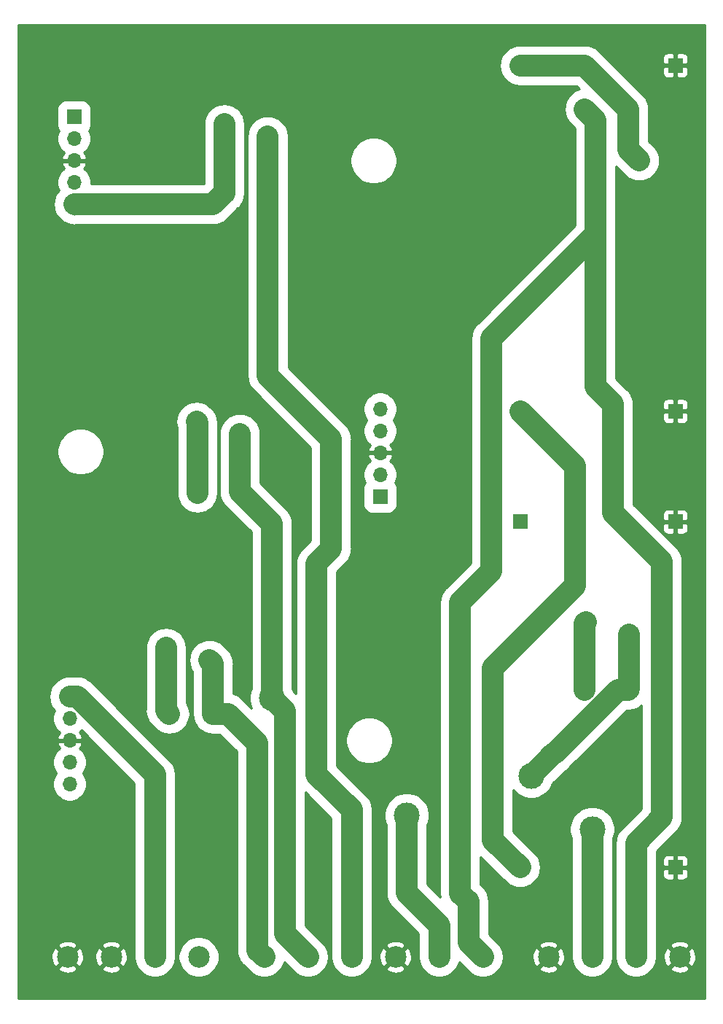
<source format=gbr>
%TF.GenerationSoftware,KiCad,Pcbnew,(5.1.10)-1*%
%TF.CreationDate,2021-05-29T12:40:01+02:00*%
%TF.ProjectId,potencia,706f7465-6e63-4696-912e-6b696361645f,rev?*%
%TF.SameCoordinates,Original*%
%TF.FileFunction,Copper,L2,Bot*%
%TF.FilePolarity,Positive*%
%FSLAX46Y46*%
G04 Gerber Fmt 4.6, Leading zero omitted, Abs format (unit mm)*
G04 Created by KiCad (PCBNEW (5.1.10)-1) date 2021-05-29 12:40:01*
%MOMM*%
%LPD*%
G01*
G04 APERTURE LIST*
%TA.AperFunction,ComponentPad*%
%ADD10O,1.400000X1.400000*%
%TD*%
%TA.AperFunction,ComponentPad*%
%ADD11C,1.400000*%
%TD*%
%TA.AperFunction,ComponentPad*%
%ADD12C,2.000000*%
%TD*%
%TA.AperFunction,ComponentPad*%
%ADD13C,2.500000*%
%TD*%
%TA.AperFunction,ComponentPad*%
%ADD14R,1.700000X1.700000*%
%TD*%
%TA.AperFunction,ComponentPad*%
%ADD15O,1.700000X1.700000*%
%TD*%
%TA.AperFunction,ViaPad*%
%ADD16C,3.000000*%
%TD*%
%TA.AperFunction,Conductor*%
%ADD17C,2.500000*%
%TD*%
%TA.AperFunction,Conductor*%
%ADD18C,0.250000*%
%TD*%
%TA.AperFunction,Conductor*%
%ADD19C,0.254000*%
%TD*%
%TA.AperFunction,Conductor*%
%ADD20C,0.100000*%
%TD*%
G04 APERTURE END LIST*
D10*
%TO.P,R5,2*%
%TO.N,5.2*%
X133197600Y-100406200D03*
D11*
%TO.P,R5,1*%
%TO.N,Net-(Extra1-Pad2)*%
X138277600Y-100406200D03*
%TD*%
D10*
%TO.P,R4,2*%
%TO.N,5.1*%
X129946400Y-126060200D03*
D11*
%TO.P,R4,1*%
%TO.N,Net-(F5-Pad2)*%
X135026400Y-126060200D03*
%TD*%
D10*
%TO.P,R3,2*%
%TO.N,12.2*%
X183273700Y-55867300D03*
D11*
%TO.P,R3,1*%
%TO.N,Net-(Extra1-Pad3)*%
X178193700Y-55867300D03*
%TD*%
D10*
%TO.P,R2,2*%
%TO.N,12.1*%
X178181000Y-123278900D03*
D11*
%TO.P,R2,1*%
%TO.N,Net-(F3-Pad2)*%
X183261000Y-123278900D03*
%TD*%
D10*
%TO.P,R1,2*%
%TO.N,5.3*%
X136309100Y-65620900D03*
D11*
%TO.P,R1,1*%
%TO.N,Net-(F2-Pad2)*%
X141389100Y-65620900D03*
%TD*%
D12*
%TO.P,F5,2*%
%TO.N,Net-(F5-Pad2)*%
X134602700Y-119827500D03*
%TO.P,F5,1*%
%TO.N,5.1*%
X129552700Y-118427500D03*
%TD*%
%TO.P,F4,2*%
%TO.N,Net-(Extra1-Pad3)*%
X179468300Y-60449000D03*
%TO.P,F4,1*%
%TO.N,12.2*%
X184518300Y-61849000D03*
%TD*%
%TO.P,F3,2*%
%TO.N,Net-(F3-Pad2)*%
X183370700Y-116830300D03*
%TO.P,F3,1*%
%TO.N,12.1*%
X178320700Y-115430300D03*
%TD*%
%TO.P,F2,2*%
%TO.N,Net-(F2-Pad2)*%
X141371800Y-59019900D03*
%TO.P,F2,1*%
%TO.N,5.3*%
X136321800Y-57619900D03*
%TD*%
%TO.P,F1,2*%
%TO.N,Net-(Extra1-Pad2)*%
X138146000Y-93576600D03*
%TO.P,F1,1*%
%TO.N,5.2*%
X133096000Y-92176600D03*
%TD*%
D13*
%TO.P,Salida1,6*%
%TO.N,Net-(Extra1-Pad3)*%
X166370000Y-154305000D03*
%TO.P,Salida1,1*%
%TO.N,Net-(F5-Pad2)*%
X140970000Y-154305000D03*
%TO.P,Salida1,2*%
%TO.N,Net-(Extra1-Pad2)*%
X146050000Y-154305000D03*
%TO.P,Salida1,4*%
%TO.N,GND*%
X156210000Y-154305000D03*
%TO.P,Salida1,3*%
%TO.N,Net-(F2-Pad2)*%
X151130000Y-154305000D03*
%TO.P,Salida1,5*%
%TO.N,Net-(F3-Pad2)*%
X161290000Y-154305000D03*
%TD*%
%TO.P,Extra1,4*%
%TO.N,GND*%
X189230000Y-154305000D03*
%TO.P,Extra1,2*%
%TO.N,Net-(Extra1-Pad2)*%
X179070000Y-154305000D03*
%TO.P,Extra1,3*%
%TO.N,Net-(Extra1-Pad3)*%
X184150000Y-154305000D03*
%TO.P,Extra1,1*%
%TO.N,GND*%
X173990000Y-154305000D03*
%TD*%
%TO.P,Alimentaci\u00F3n1,4*%
%TO.N,+15V*%
X133350000Y-154305000D03*
%TO.P,Alimentaci\u00F3n1,2*%
%TO.N,GND*%
X123190000Y-154305000D03*
%TO.P,Alimentaci\u00F3n1,3*%
%TO.N,+BATT*%
X128270000Y-154305000D03*
%TO.P,Alimentaci\u00F3n1,1*%
%TO.N,GND*%
X118110000Y-154305000D03*
%TD*%
D14*
%TO.P,NI12.1,1*%
%TO.N,GND*%
X188722000Y-90932000D03*
%TD*%
%TO.P,NI12.2,1*%
%TO.N,GND*%
X188722000Y-143891000D03*
%TD*%
%TO.P,NO12.1,1*%
%TO.N,GND*%
X188722000Y-50800000D03*
%TD*%
%TO.P,NO12.2,1*%
%TO.N,GND*%
X188722000Y-103759000D03*
%TD*%
%TO.P,PI12.1,1*%
%TO.N,+15V*%
X170688000Y-90932000D03*
%TD*%
%TO.P,PI12.2,1*%
%TO.N,+15V*%
X170688000Y-143891000D03*
%TD*%
%TO.P,PO12.2,1*%
%TO.N,12.1*%
X170688000Y-103759000D03*
%TD*%
%TO.P,PO12.1,1*%
%TO.N,12.2*%
X170688000Y-50800000D03*
%TD*%
%TO.P,Regulador5.3,1*%
%TO.N,+BATT*%
X118872000Y-56769000D03*
D15*
%TO.P,Regulador5.3,2*%
%TO.N,Net-(Regulador5.3-Pad2)*%
X118872000Y-59309000D03*
%TO.P,Regulador5.3,3*%
%TO.N,GND*%
X118872000Y-61849000D03*
%TO.P,Regulador5.3,4*%
%TO.N,Net-(Regulador5.3-Pad4)*%
X118872000Y-64389000D03*
%TO.P,Regulador5.3,5*%
%TO.N,5.3*%
X118872000Y-66929000D03*
%TD*%
%TO.P,Regulador5.1,5*%
%TO.N,5.1*%
X118364000Y-134239000D03*
%TO.P,Regulador5.1,4*%
%TO.N,Net-(Regulador5.1-Pad4)*%
X118364000Y-131699000D03*
%TO.P,Regulador5.1,3*%
%TO.N,GND*%
X118364000Y-129159000D03*
%TO.P,Regulador5.1,2*%
%TO.N,Net-(Regulador5.1-Pad2)*%
X118364000Y-126619000D03*
D14*
%TO.P,Regulador5.1,1*%
%TO.N,+BATT*%
X118364000Y-124079000D03*
%TD*%
%TO.P,Regulador5.2,1*%
%TO.N,+BATT*%
X154432000Y-100838000D03*
D15*
%TO.P,Regulador5.2,2*%
%TO.N,Net-(Regulador5.2-Pad2)*%
X154432000Y-98298000D03*
%TO.P,Regulador5.2,3*%
%TO.N,GND*%
X154432000Y-95758000D03*
%TO.P,Regulador5.2,4*%
%TO.N,Net-(Regulador5.2-Pad4)*%
X154432000Y-93218000D03*
%TO.P,Regulador5.2,5*%
%TO.N,5.2*%
X154432000Y-90678000D03*
%TD*%
D16*
%TO.N,Net-(Extra1-Pad2)*%
X179070000Y-139446000D03*
X141859000Y-124269500D03*
%TO.N,Net-(F3-Pad2)*%
X157524450Y-137839450D03*
X171970700Y-133286500D03*
%TD*%
D17*
%TO.N,+15V*%
X177076100Y-97320100D02*
X170688000Y-90932000D01*
X170688000Y-143891000D02*
X167518090Y-140721090D01*
X167518090Y-120759210D02*
X177076100Y-111201200D01*
X167518090Y-140721090D02*
X167518090Y-120759210D01*
X177076100Y-111201200D02*
X177076100Y-97320100D01*
D18*
%TO.N,+BATT*%
X118364000Y-124079000D02*
X117696999Y-123411999D01*
X128270000Y-133985000D02*
X128219200Y-133934200D01*
D17*
X119228002Y-124079000D02*
X118364000Y-124079000D01*
X128270000Y-133120998D02*
X119228002Y-124079000D01*
X128270000Y-154305000D02*
X128270000Y-133120998D01*
D18*
%TO.N,GND*%
X188722000Y-154241500D02*
X189230000Y-154749500D01*
%TO.N,5.1*%
X118364000Y-134493000D02*
X118364000Y-134239000D01*
D17*
X129552700Y-125666500D02*
X129946400Y-126060200D01*
X129552700Y-118427500D02*
X129552700Y-125666500D01*
%TO.N,5.2*%
X133197600Y-92278200D02*
X133096000Y-92176600D01*
X133197600Y-100406200D02*
X133197600Y-92278200D01*
D18*
%TO.N,5.3*%
X118872000Y-68072000D02*
X118872000Y-66929000D01*
D17*
X135001000Y-66929000D02*
X136309100Y-65620900D01*
X118872000Y-66929000D02*
X135001000Y-66929000D01*
X136321800Y-65608200D02*
X136309100Y-65620900D01*
X136321800Y-57619900D02*
X136321800Y-65608200D01*
D18*
%TO.N,12.1*%
X170942000Y-104013000D02*
X170688000Y-103759000D01*
D17*
X178181000Y-115570000D02*
X178320700Y-115430300D01*
X178181000Y-123278900D02*
X178181000Y-115570000D01*
%TO.N,12.2*%
X178206400Y-50800000D02*
X183273700Y-55867300D01*
X170688000Y-50800000D02*
X178206400Y-50800000D01*
X183273700Y-60604400D02*
X184518300Y-61849000D01*
X183273700Y-55867300D02*
X183273700Y-60604400D01*
D18*
%TO.N,Net-(Extra1-Pad2)*%
X146050000Y-154305000D02*
X146050000Y-153670000D01*
X179070000Y-154305000D02*
X179070000Y-153035000D01*
X179070000Y-153035000D02*
X179070000Y-153670000D01*
D17*
X179070000Y-154305000D02*
X179070000Y-139446000D01*
X179070000Y-139446000D02*
X179070000Y-139446000D01*
X141859000Y-103987600D02*
X141859000Y-124269500D01*
X138277600Y-100406200D02*
X141859000Y-103987600D01*
X138146000Y-100274600D02*
X138277600Y-100406200D01*
X138146000Y-93576600D02*
X138146000Y-100274600D01*
X141859000Y-124269500D02*
X143358999Y-125769499D01*
X143358999Y-125769499D02*
X143358999Y-151613999D01*
X143358999Y-151613999D02*
X146050000Y-154305000D01*
D18*
%TO.N,Net-(Extra1-Pad3)*%
X166370000Y-154305000D02*
X166370000Y-153035000D01*
D17*
X164689999Y-147862499D02*
X163728400Y-146900900D01*
X164689999Y-152624999D02*
X164689999Y-147862499D01*
X166370000Y-154305000D02*
X164689999Y-152624999D01*
X167379650Y-109528352D02*
X167379650Y-82467450D01*
X163728400Y-113179602D02*
X167379650Y-109528352D01*
X163728400Y-146900900D02*
X163728400Y-113179602D01*
X187146990Y-108381590D02*
X181508400Y-102743000D01*
X187146990Y-138049000D02*
X187146990Y-108381590D01*
X181508400Y-102743000D02*
X181508400Y-90144600D01*
X184150000Y-141045990D02*
X187146990Y-138049000D01*
X184150000Y-154305000D02*
X184150000Y-141045990D01*
X167379650Y-82467450D02*
X167544750Y-82467450D01*
X179468300Y-57141900D02*
X178193700Y-55867300D01*
X179468300Y-60449000D02*
X179468300Y-57141900D01*
X179468300Y-70378800D02*
X167379650Y-82467450D01*
X179468300Y-60449000D02*
X179468300Y-70378800D01*
X179468300Y-88104500D02*
X181508400Y-90144600D01*
X179468300Y-70378800D02*
X179468300Y-88104500D01*
%TO.N,Net-(F2-Pad2)*%
X148750010Y-106900990D02*
X148750010Y-94200990D01*
X147027900Y-108623100D02*
X148750010Y-106900990D01*
X147027900Y-133083300D02*
X147027900Y-108623100D01*
X151130000Y-137185400D02*
X147027900Y-133083300D01*
X151130000Y-154305000D02*
X151130000Y-137185400D01*
X141389100Y-59037200D02*
X141371800Y-59019900D01*
X141389100Y-65620900D02*
X141389100Y-59037200D01*
X141389100Y-86840080D02*
X148750010Y-94200990D01*
X141389100Y-65620900D02*
X141389100Y-86840080D01*
D18*
%TO.N,Net-(F3-Pad2)*%
X161290000Y-154305000D02*
X161290000Y-153035000D01*
X161290000Y-153670000D02*
X161290000Y-153035000D01*
D17*
X183370700Y-123169200D02*
X183261000Y-123278900D01*
X183370700Y-116830300D02*
X183370700Y-123169200D01*
X183261000Y-123278900D02*
X182092600Y-123278900D01*
X182092600Y-123278900D02*
X174675800Y-130695700D01*
X161290000Y-154305000D02*
X161290000Y-150609300D01*
X157524450Y-146843750D02*
X157524450Y-137839450D01*
X161290000Y-150609300D02*
X157524450Y-146843750D01*
X174675800Y-130695700D02*
X174561500Y-130695700D01*
X174561500Y-130695700D02*
X171970700Y-133286500D01*
X171970700Y-133286500D02*
X171869100Y-133388100D01*
%TO.N,Net-(F5-Pad2)*%
X135026400Y-126060200D02*
X136766300Y-126060200D01*
X136766300Y-126060200D02*
X140157200Y-129451100D01*
X140157200Y-153492200D02*
X140970000Y-154305000D01*
X140157200Y-129451100D02*
X140157200Y-153492200D01*
X135026400Y-120251200D02*
X134602700Y-119827500D01*
X135026400Y-126060200D02*
X135026400Y-120251200D01*
%TD*%
D19*
%TO.N,GND*%
X192142000Y-159122000D02*
X112404000Y-159122000D01*
X112404000Y-155618605D01*
X116976000Y-155618605D01*
X117101914Y-155908577D01*
X117434126Y-156074433D01*
X117792312Y-156172290D01*
X118162706Y-156198389D01*
X118531075Y-156151725D01*
X118883262Y-156034094D01*
X119118086Y-155908577D01*
X119244000Y-155618605D01*
X122056000Y-155618605D01*
X122181914Y-155908577D01*
X122514126Y-156074433D01*
X122872312Y-156172290D01*
X123242706Y-156198389D01*
X123611075Y-156151725D01*
X123963262Y-156034094D01*
X124198086Y-155908577D01*
X124324000Y-155618605D01*
X123190000Y-154484605D01*
X122056000Y-155618605D01*
X119244000Y-155618605D01*
X118110000Y-154484605D01*
X116976000Y-155618605D01*
X112404000Y-155618605D01*
X112404000Y-154357706D01*
X116216611Y-154357706D01*
X116263275Y-154726075D01*
X116380906Y-155078262D01*
X116506423Y-155313086D01*
X116796395Y-155439000D01*
X117930395Y-154305000D01*
X118289605Y-154305000D01*
X119423605Y-155439000D01*
X119713577Y-155313086D01*
X119879433Y-154980874D01*
X119977290Y-154622688D01*
X119995961Y-154357706D01*
X121296611Y-154357706D01*
X121343275Y-154726075D01*
X121460906Y-155078262D01*
X121586423Y-155313086D01*
X121876395Y-155439000D01*
X123010395Y-154305000D01*
X123369605Y-154305000D01*
X124503605Y-155439000D01*
X124793577Y-155313086D01*
X124959433Y-154980874D01*
X125057290Y-154622688D01*
X125083389Y-154252294D01*
X125036725Y-153883925D01*
X124919094Y-153531738D01*
X124793577Y-153296914D01*
X124503605Y-153171000D01*
X123369605Y-154305000D01*
X123010395Y-154305000D01*
X121876395Y-153171000D01*
X121586423Y-153296914D01*
X121420567Y-153629126D01*
X121322710Y-153987312D01*
X121296611Y-154357706D01*
X119995961Y-154357706D01*
X120003389Y-154252294D01*
X119956725Y-153883925D01*
X119839094Y-153531738D01*
X119713577Y-153296914D01*
X119423605Y-153171000D01*
X118289605Y-154305000D01*
X117930395Y-154305000D01*
X116796395Y-153171000D01*
X116506423Y-153296914D01*
X116340567Y-153629126D01*
X116242710Y-153987312D01*
X116216611Y-154357706D01*
X112404000Y-154357706D01*
X112404000Y-152991395D01*
X116976000Y-152991395D01*
X118110000Y-154125395D01*
X119244000Y-152991395D01*
X122056000Y-152991395D01*
X123190000Y-154125395D01*
X124324000Y-152991395D01*
X124198086Y-152701423D01*
X123865874Y-152535567D01*
X123507688Y-152437710D01*
X123137294Y-152411611D01*
X122768925Y-152458275D01*
X122416738Y-152575906D01*
X122181914Y-152701423D01*
X122056000Y-152991395D01*
X119244000Y-152991395D01*
X119118086Y-152701423D01*
X118785874Y-152535567D01*
X118427688Y-152437710D01*
X118057294Y-152411611D01*
X117688925Y-152458275D01*
X117336738Y-152575906D01*
X117101914Y-152701423D01*
X116976000Y-152991395D01*
X112404000Y-152991395D01*
X112404000Y-131504282D01*
X116387000Y-131504282D01*
X116387000Y-131893718D01*
X116462975Y-132275670D01*
X116612005Y-132635461D01*
X116828364Y-132959264D01*
X116838100Y-132969000D01*
X116828364Y-132978736D01*
X116612005Y-133302539D01*
X116462975Y-133662330D01*
X116387000Y-134044282D01*
X116387000Y-134433718D01*
X116462975Y-134815670D01*
X116612005Y-135175461D01*
X116828364Y-135499264D01*
X117103736Y-135774636D01*
X117427539Y-135990995D01*
X117787330Y-136140025D01*
X118169282Y-136216000D01*
X118558718Y-136216000D01*
X118940670Y-136140025D01*
X119300461Y-135990995D01*
X119624264Y-135774636D01*
X119899636Y-135499264D01*
X120115995Y-135175461D01*
X120265025Y-134815670D01*
X120341000Y-134433718D01*
X120341000Y-134044282D01*
X120265025Y-133662330D01*
X120115995Y-133302539D01*
X119899636Y-132978736D01*
X119889900Y-132969000D01*
X119899636Y-132959264D01*
X120115995Y-132635461D01*
X120265025Y-132275670D01*
X120341000Y-131893718D01*
X120341000Y-131504282D01*
X120265025Y-131122330D01*
X120115995Y-130762539D01*
X119899636Y-130438736D01*
X119624264Y-130163364D01*
X119513658Y-130089459D01*
X119635641Y-129925920D01*
X119760825Y-129663099D01*
X119805476Y-129515890D01*
X119684155Y-129286000D01*
X118491000Y-129286000D01*
X118491000Y-129306000D01*
X118237000Y-129306000D01*
X118237000Y-129286000D01*
X117043845Y-129286000D01*
X116922524Y-129515890D01*
X116967175Y-129663099D01*
X117092359Y-129925920D01*
X117214342Y-130089459D01*
X117103736Y-130163364D01*
X116828364Y-130438736D01*
X116612005Y-130762539D01*
X116462975Y-131122330D01*
X116387000Y-131504282D01*
X112404000Y-131504282D01*
X112404000Y-124079000D01*
X115975499Y-124079000D01*
X116021393Y-124544973D01*
X116157313Y-124993040D01*
X116378034Y-125405980D01*
X116609655Y-125688211D01*
X116462975Y-126042330D01*
X116387000Y-126424282D01*
X116387000Y-126813718D01*
X116462975Y-127195670D01*
X116612005Y-127555461D01*
X116828364Y-127879264D01*
X117103736Y-128154636D01*
X117214342Y-128228541D01*
X117092359Y-128392080D01*
X116967175Y-128654901D01*
X116922524Y-128802110D01*
X117043845Y-129032000D01*
X118237000Y-129032000D01*
X118237000Y-129012000D01*
X118491000Y-129012000D01*
X118491000Y-129032000D01*
X119684155Y-129032000D01*
X119805476Y-128802110D01*
X119760825Y-128654901D01*
X119635641Y-128392080D01*
X119513658Y-128228541D01*
X119624264Y-128154636D01*
X119783159Y-127995742D01*
X125893001Y-134105584D01*
X125893000Y-154070886D01*
X125893000Y-154539114D01*
X125915892Y-154654200D01*
X125927393Y-154770972D01*
X125961455Y-154883258D01*
X125984347Y-154998345D01*
X126029252Y-155106756D01*
X126063313Y-155219039D01*
X126118623Y-155322517D01*
X126163530Y-155430932D01*
X126228725Y-155528502D01*
X126284034Y-155631979D01*
X126358470Y-155722680D01*
X126423664Y-155820249D01*
X126506637Y-155903222D01*
X126581075Y-155993925D01*
X126671777Y-156068362D01*
X126754751Y-156151336D01*
X126852316Y-156216527D01*
X126943020Y-156290966D01*
X127046502Y-156346278D01*
X127144068Y-156411470D01*
X127252479Y-156456375D01*
X127355960Y-156511687D01*
X127468246Y-156545749D01*
X127576655Y-156590653D01*
X127691739Y-156613545D01*
X127804027Y-156647607D01*
X127920801Y-156659108D01*
X128035886Y-156682000D01*
X128153228Y-156682000D01*
X128270000Y-156693501D01*
X128386772Y-156682000D01*
X128504114Y-156682000D01*
X128619199Y-156659108D01*
X128735972Y-156647607D01*
X128848258Y-156613545D01*
X128963345Y-156590653D01*
X129071756Y-156545748D01*
X129184039Y-156511687D01*
X129287517Y-156456377D01*
X129395932Y-156411470D01*
X129493502Y-156346275D01*
X129596979Y-156290966D01*
X129687680Y-156216530D01*
X129785249Y-156151336D01*
X129868223Y-156068362D01*
X129958925Y-155993925D01*
X130033364Y-155903221D01*
X130116336Y-155820249D01*
X130181527Y-155722684D01*
X130255966Y-155631980D01*
X130311278Y-155528498D01*
X130376470Y-155430932D01*
X130421375Y-155322521D01*
X130476687Y-155219040D01*
X130510749Y-155106754D01*
X130555653Y-154998345D01*
X130578545Y-154883261D01*
X130612607Y-154770973D01*
X130624108Y-154654199D01*
X130647000Y-154539114D01*
X130647000Y-154070886D01*
X130973000Y-154070886D01*
X130973000Y-154539114D01*
X131064347Y-154998345D01*
X131243530Y-155430932D01*
X131503664Y-155820249D01*
X131834751Y-156151336D01*
X132224068Y-156411470D01*
X132656655Y-156590653D01*
X133115886Y-156682000D01*
X133584114Y-156682000D01*
X134043345Y-156590653D01*
X134475932Y-156411470D01*
X134865249Y-156151336D01*
X135196336Y-155820249D01*
X135456470Y-155430932D01*
X135635653Y-154998345D01*
X135727000Y-154539114D01*
X135727000Y-154070886D01*
X135635653Y-153611655D01*
X135456470Y-153179068D01*
X135196336Y-152789751D01*
X134865249Y-152458664D01*
X134475932Y-152198530D01*
X134043345Y-152019347D01*
X133584114Y-151928000D01*
X133115886Y-151928000D01*
X132656655Y-152019347D01*
X132224068Y-152198530D01*
X131834751Y-152458664D01*
X131503664Y-152789751D01*
X131243530Y-153179068D01*
X131064347Y-153611655D01*
X130973000Y-154070886D01*
X130647000Y-154070886D01*
X130647000Y-133237760D01*
X130658500Y-133120997D01*
X130647000Y-133004235D01*
X130647000Y-133004226D01*
X130612607Y-132655025D01*
X130476687Y-132206958D01*
X130255966Y-131794018D01*
X129958925Y-131432073D01*
X129868221Y-131357634D01*
X124177087Y-125666500D01*
X127164200Y-125666500D01*
X127210094Y-126132473D01*
X127346013Y-126580539D01*
X127566735Y-126993480D01*
X127789337Y-127264722D01*
X127789342Y-127264727D01*
X127863776Y-127355425D01*
X127954474Y-127429859D01*
X128348178Y-127823563D01*
X128619420Y-128046166D01*
X129032361Y-128266887D01*
X129480427Y-128402806D01*
X129946400Y-128448700D01*
X130412373Y-128402806D01*
X130860439Y-128266887D01*
X131273380Y-128046166D01*
X131635325Y-127749125D01*
X131932366Y-127387180D01*
X132153087Y-126974239D01*
X132289006Y-126526173D01*
X132334900Y-126060200D01*
X132289006Y-125594227D01*
X132153087Y-125146161D01*
X131932366Y-124733220D01*
X131929700Y-124729971D01*
X131929700Y-119827500D01*
X132214200Y-119827500D01*
X132260094Y-120293473D01*
X132396013Y-120741539D01*
X132616735Y-121154480D01*
X132649401Y-121194284D01*
X132649400Y-125943427D01*
X132637899Y-126060200D01*
X132683793Y-126526173D01*
X132819713Y-126974240D01*
X133040434Y-127387180D01*
X133178539Y-127555461D01*
X133337475Y-127749125D01*
X133699420Y-128046166D01*
X134112360Y-128266887D01*
X134560427Y-128402807D01*
X135026400Y-128448701D01*
X135143172Y-128437200D01*
X135781715Y-128437200D01*
X137780200Y-130435686D01*
X137780201Y-153375428D01*
X137768700Y-153492200D01*
X137814594Y-153958173D01*
X137950513Y-154406239D01*
X138171235Y-154819180D01*
X138393837Y-155090422D01*
X138393842Y-155090427D01*
X138468276Y-155181125D01*
X138558974Y-155255559D01*
X139454751Y-156151336D01*
X139552316Y-156216527D01*
X139643020Y-156290966D01*
X139746501Y-156346277D01*
X139844068Y-156411470D01*
X139952482Y-156456376D01*
X140055961Y-156511687D01*
X140168243Y-156545747D01*
X140276655Y-156590653D01*
X140391745Y-156613546D01*
X140504026Y-156647606D01*
X140620792Y-156659106D01*
X140735886Y-156682000D01*
X140853237Y-156682000D01*
X140970000Y-156693500D01*
X141086762Y-156682000D01*
X141204114Y-156682000D01*
X141319208Y-156659106D01*
X141435973Y-156647606D01*
X141548253Y-156613546D01*
X141663345Y-156590653D01*
X141771758Y-156545747D01*
X141884039Y-156511687D01*
X141987518Y-156456376D01*
X142095932Y-156411470D01*
X142193499Y-156346277D01*
X142296980Y-156290966D01*
X142387684Y-156216527D01*
X142485249Y-156151336D01*
X142568223Y-156068362D01*
X142658925Y-155993925D01*
X142733364Y-155903221D01*
X142816336Y-155820249D01*
X142881527Y-155722684D01*
X142955966Y-155631980D01*
X143011277Y-155528499D01*
X143076470Y-155430932D01*
X143121376Y-155322518D01*
X143176687Y-155219039D01*
X143210747Y-155106758D01*
X143255653Y-154998345D01*
X143276575Y-154893161D01*
X144451777Y-156068363D01*
X144451783Y-156068368D01*
X144534751Y-156151336D01*
X144632315Y-156216526D01*
X144723019Y-156290965D01*
X144826499Y-156346276D01*
X144924068Y-156411470D01*
X145032480Y-156456375D01*
X145135960Y-156511687D01*
X145248245Y-156545748D01*
X145356655Y-156590653D01*
X145471744Y-156613546D01*
X145584026Y-156647606D01*
X145700793Y-156659106D01*
X145815886Y-156682000D01*
X145933237Y-156682000D01*
X146049999Y-156693500D01*
X146166762Y-156682000D01*
X146284114Y-156682000D01*
X146399209Y-156659106D01*
X146515973Y-156647606D01*
X146628253Y-156613546D01*
X146743345Y-156590653D01*
X146851758Y-156545747D01*
X146964039Y-156511687D01*
X147067516Y-156456377D01*
X147175932Y-156411470D01*
X147273505Y-156346274D01*
X147376980Y-156290965D01*
X147467679Y-156216530D01*
X147565249Y-156151336D01*
X147648223Y-156068362D01*
X147738925Y-155993925D01*
X147813362Y-155903223D01*
X147896336Y-155820249D01*
X147961530Y-155722679D01*
X148035965Y-155631980D01*
X148091274Y-155528505D01*
X148156470Y-155430932D01*
X148201377Y-155322516D01*
X148256687Y-155219039D01*
X148290747Y-155106758D01*
X148335653Y-154998345D01*
X148358546Y-154883253D01*
X148392606Y-154770973D01*
X148404106Y-154654209D01*
X148427000Y-154539114D01*
X148427000Y-154421762D01*
X148438500Y-154304999D01*
X148427000Y-154188237D01*
X148427000Y-154070886D01*
X148404106Y-153955793D01*
X148392606Y-153839026D01*
X148358546Y-153726744D01*
X148335653Y-153611655D01*
X148290748Y-153503245D01*
X148256687Y-153390960D01*
X148201375Y-153287480D01*
X148156470Y-153179068D01*
X148091276Y-153081499D01*
X148035965Y-152978019D01*
X147961526Y-152887315D01*
X147896336Y-152789751D01*
X147813368Y-152706783D01*
X147813363Y-152706777D01*
X145735999Y-150629414D01*
X145735999Y-135152984D01*
X148753001Y-138169986D01*
X148753000Y-154070886D01*
X148753000Y-154539114D01*
X148775892Y-154654200D01*
X148787393Y-154770972D01*
X148821455Y-154883258D01*
X148844347Y-154998345D01*
X148889252Y-155106756D01*
X148923313Y-155219039D01*
X148978623Y-155322517D01*
X149023530Y-155430932D01*
X149088725Y-155528502D01*
X149144034Y-155631979D01*
X149218470Y-155722680D01*
X149283664Y-155820249D01*
X149366637Y-155903222D01*
X149441075Y-155993925D01*
X149531777Y-156068362D01*
X149614751Y-156151336D01*
X149712316Y-156216527D01*
X149803020Y-156290966D01*
X149906502Y-156346278D01*
X150004068Y-156411470D01*
X150112479Y-156456375D01*
X150215960Y-156511687D01*
X150328246Y-156545749D01*
X150436655Y-156590653D01*
X150551739Y-156613545D01*
X150664027Y-156647607D01*
X150780801Y-156659108D01*
X150895886Y-156682000D01*
X151013228Y-156682000D01*
X151130000Y-156693501D01*
X151246772Y-156682000D01*
X151364114Y-156682000D01*
X151479199Y-156659108D01*
X151595972Y-156647607D01*
X151708258Y-156613545D01*
X151823345Y-156590653D01*
X151931756Y-156545748D01*
X152044039Y-156511687D01*
X152147517Y-156456377D01*
X152255932Y-156411470D01*
X152353502Y-156346275D01*
X152456979Y-156290966D01*
X152547680Y-156216530D01*
X152645249Y-156151336D01*
X152728223Y-156068362D01*
X152818925Y-155993925D01*
X152893364Y-155903221D01*
X152976336Y-155820249D01*
X153041527Y-155722684D01*
X153115966Y-155631980D01*
X153123115Y-155618605D01*
X155076000Y-155618605D01*
X155201914Y-155908577D01*
X155534126Y-156074433D01*
X155892312Y-156172290D01*
X156262706Y-156198389D01*
X156631075Y-156151725D01*
X156983262Y-156034094D01*
X157218086Y-155908577D01*
X157344000Y-155618605D01*
X156210000Y-154484605D01*
X155076000Y-155618605D01*
X153123115Y-155618605D01*
X153171278Y-155528498D01*
X153236470Y-155430932D01*
X153281375Y-155322521D01*
X153336687Y-155219040D01*
X153370749Y-155106754D01*
X153415653Y-154998345D01*
X153438545Y-154883261D01*
X153472607Y-154770973D01*
X153484108Y-154654199D01*
X153507000Y-154539114D01*
X153507000Y-154357706D01*
X154316611Y-154357706D01*
X154363275Y-154726075D01*
X154480906Y-155078262D01*
X154606423Y-155313086D01*
X154896395Y-155439000D01*
X156030395Y-154305000D01*
X156389605Y-154305000D01*
X157523605Y-155439000D01*
X157813577Y-155313086D01*
X157979433Y-154980874D01*
X158077290Y-154622688D01*
X158103389Y-154252294D01*
X158056725Y-153883925D01*
X157939094Y-153531738D01*
X157813577Y-153296914D01*
X157523605Y-153171000D01*
X156389605Y-154305000D01*
X156030395Y-154305000D01*
X154896395Y-153171000D01*
X154606423Y-153296914D01*
X154440567Y-153629126D01*
X154342710Y-153987312D01*
X154316611Y-154357706D01*
X153507000Y-154357706D01*
X153507000Y-152991395D01*
X155076000Y-152991395D01*
X156210000Y-154125395D01*
X157344000Y-152991395D01*
X157218086Y-152701423D01*
X156885874Y-152535567D01*
X156527688Y-152437710D01*
X156157294Y-152411611D01*
X155788925Y-152458275D01*
X155436738Y-152575906D01*
X155201914Y-152701423D01*
X155076000Y-152991395D01*
X153507000Y-152991395D01*
X153507000Y-137580713D01*
X154897450Y-137580713D01*
X154897450Y-138098187D01*
X154998404Y-138605718D01*
X155147451Y-138965548D01*
X155147450Y-146726987D01*
X155135950Y-146843750D01*
X155147450Y-146960512D01*
X155147450Y-146960521D01*
X155181843Y-147309722D01*
X155317763Y-147757789D01*
X155538484Y-148170729D01*
X155835525Y-148532675D01*
X155926229Y-148607114D01*
X158913001Y-151593887D01*
X158913000Y-154070886D01*
X158913000Y-154539114D01*
X158935892Y-154654200D01*
X158947393Y-154770972D01*
X158981455Y-154883258D01*
X159004347Y-154998345D01*
X159049252Y-155106756D01*
X159083313Y-155219039D01*
X159138623Y-155322517D01*
X159183530Y-155430932D01*
X159248725Y-155528502D01*
X159304034Y-155631979D01*
X159378470Y-155722680D01*
X159443664Y-155820249D01*
X159526637Y-155903222D01*
X159601075Y-155993925D01*
X159691777Y-156068362D01*
X159774751Y-156151336D01*
X159872316Y-156216527D01*
X159963020Y-156290966D01*
X160066502Y-156346278D01*
X160164068Y-156411470D01*
X160272479Y-156456375D01*
X160375960Y-156511687D01*
X160488246Y-156545749D01*
X160596655Y-156590653D01*
X160711739Y-156613545D01*
X160824027Y-156647607D01*
X160940801Y-156659108D01*
X161055886Y-156682000D01*
X161173228Y-156682000D01*
X161290000Y-156693501D01*
X161406772Y-156682000D01*
X161524114Y-156682000D01*
X161639199Y-156659108D01*
X161755972Y-156647607D01*
X161868258Y-156613545D01*
X161983345Y-156590653D01*
X162091756Y-156545748D01*
X162204039Y-156511687D01*
X162307517Y-156456377D01*
X162415932Y-156411470D01*
X162513502Y-156346275D01*
X162616979Y-156290966D01*
X162707680Y-156216530D01*
X162805249Y-156151336D01*
X162888223Y-156068362D01*
X162978925Y-155993925D01*
X163053364Y-155903221D01*
X163136336Y-155820249D01*
X163201527Y-155722684D01*
X163275966Y-155631980D01*
X163331278Y-155528498D01*
X163396470Y-155430932D01*
X163441375Y-155322521D01*
X163496687Y-155219040D01*
X163530749Y-155106754D01*
X163575653Y-154998345D01*
X163596576Y-154893161D01*
X164854751Y-156151336D01*
X164952317Y-156216528D01*
X165043019Y-156290965D01*
X165146499Y-156346276D01*
X165244068Y-156411470D01*
X165352480Y-156456375D01*
X165455960Y-156511687D01*
X165568245Y-156545748D01*
X165676655Y-156590653D01*
X165791744Y-156613546D01*
X165904026Y-156647606D01*
X166020793Y-156659106D01*
X166135886Y-156682000D01*
X166253237Y-156682000D01*
X166369999Y-156693500D01*
X166486762Y-156682000D01*
X166604114Y-156682000D01*
X166719209Y-156659106D01*
X166835973Y-156647606D01*
X166948253Y-156613546D01*
X167063345Y-156590653D01*
X167171758Y-156545747D01*
X167284039Y-156511687D01*
X167387516Y-156456377D01*
X167495932Y-156411470D01*
X167593505Y-156346274D01*
X167696980Y-156290965D01*
X167787679Y-156216530D01*
X167885249Y-156151336D01*
X167968223Y-156068362D01*
X168058925Y-155993925D01*
X168133362Y-155903223D01*
X168216336Y-155820249D01*
X168281530Y-155722679D01*
X168355965Y-155631980D01*
X168363114Y-155618605D01*
X172856000Y-155618605D01*
X172981914Y-155908577D01*
X173314126Y-156074433D01*
X173672312Y-156172290D01*
X174042706Y-156198389D01*
X174411075Y-156151725D01*
X174763262Y-156034094D01*
X174998086Y-155908577D01*
X175124000Y-155618605D01*
X173990000Y-154484605D01*
X172856000Y-155618605D01*
X168363114Y-155618605D01*
X168411274Y-155528505D01*
X168476470Y-155430932D01*
X168521377Y-155322516D01*
X168576687Y-155219039D01*
X168610747Y-155106758D01*
X168655653Y-154998345D01*
X168678546Y-154883253D01*
X168712606Y-154770973D01*
X168724106Y-154654209D01*
X168747000Y-154539114D01*
X168747000Y-154421762D01*
X168753308Y-154357706D01*
X172096611Y-154357706D01*
X172143275Y-154726075D01*
X172260906Y-155078262D01*
X172386423Y-155313086D01*
X172676395Y-155439000D01*
X173810395Y-154305000D01*
X174169605Y-154305000D01*
X175303605Y-155439000D01*
X175593577Y-155313086D01*
X175759433Y-154980874D01*
X175857290Y-154622688D01*
X175883389Y-154252294D01*
X175836725Y-153883925D01*
X175719094Y-153531738D01*
X175593577Y-153296914D01*
X175303605Y-153171000D01*
X174169605Y-154305000D01*
X173810395Y-154305000D01*
X172676395Y-153171000D01*
X172386423Y-153296914D01*
X172220567Y-153629126D01*
X172122710Y-153987312D01*
X172096611Y-154357706D01*
X168753308Y-154357706D01*
X168758500Y-154304999D01*
X168747000Y-154188237D01*
X168747000Y-154070886D01*
X168724106Y-153955793D01*
X168712606Y-153839026D01*
X168678546Y-153726744D01*
X168655653Y-153611655D01*
X168610748Y-153503245D01*
X168576687Y-153390960D01*
X168521375Y-153287480D01*
X168476470Y-153179068D01*
X168411276Y-153081499D01*
X168363115Y-152991395D01*
X172856000Y-152991395D01*
X173990000Y-154125395D01*
X175124000Y-152991395D01*
X174998086Y-152701423D01*
X174665874Y-152535567D01*
X174307688Y-152437710D01*
X173937294Y-152411611D01*
X173568925Y-152458275D01*
X173216738Y-152575906D01*
X172981914Y-152701423D01*
X172856000Y-152991395D01*
X168363115Y-152991395D01*
X168355965Y-152978019D01*
X168281528Y-152887317D01*
X168216336Y-152789751D01*
X167066999Y-151640414D01*
X167066999Y-147979261D01*
X167078499Y-147862498D01*
X167066999Y-147745736D01*
X167066999Y-147745727D01*
X167032606Y-147396526D01*
X166896686Y-146948459D01*
X166675965Y-146535519D01*
X166378924Y-146173574D01*
X166288216Y-146099131D01*
X166105400Y-145916316D01*
X166105400Y-142669985D01*
X169089777Y-145654363D01*
X169361019Y-145876966D01*
X169773960Y-146097687D01*
X170222026Y-146233606D01*
X170688000Y-146279500D01*
X171153973Y-146233606D01*
X171602039Y-146097687D01*
X172014980Y-145876966D01*
X172376925Y-145579925D01*
X172673966Y-145217980D01*
X172894687Y-144805039D01*
X173030606Y-144356973D01*
X173076500Y-143891000D01*
X173030606Y-143425026D01*
X172894687Y-142976960D01*
X172673966Y-142564019D01*
X172451363Y-142292777D01*
X169895090Y-139736505D01*
X169895090Y-139187263D01*
X176443000Y-139187263D01*
X176443000Y-139704737D01*
X176543954Y-140212268D01*
X176693001Y-140572098D01*
X176693000Y-154070886D01*
X176693000Y-154539114D01*
X176715892Y-154654200D01*
X176727393Y-154770972D01*
X176761455Y-154883258D01*
X176784347Y-154998345D01*
X176829252Y-155106756D01*
X176863313Y-155219039D01*
X176918623Y-155322517D01*
X176963530Y-155430932D01*
X177028725Y-155528502D01*
X177084034Y-155631979D01*
X177158470Y-155722680D01*
X177223664Y-155820249D01*
X177306637Y-155903222D01*
X177381075Y-155993925D01*
X177471777Y-156068362D01*
X177554751Y-156151336D01*
X177652316Y-156216527D01*
X177743020Y-156290966D01*
X177846502Y-156346278D01*
X177944068Y-156411470D01*
X178052479Y-156456375D01*
X178155960Y-156511687D01*
X178268246Y-156545749D01*
X178376655Y-156590653D01*
X178491739Y-156613545D01*
X178604027Y-156647607D01*
X178720801Y-156659108D01*
X178835886Y-156682000D01*
X178953228Y-156682000D01*
X179070000Y-156693501D01*
X179186772Y-156682000D01*
X179304114Y-156682000D01*
X179419199Y-156659108D01*
X179535972Y-156647607D01*
X179648258Y-156613545D01*
X179763345Y-156590653D01*
X179871756Y-156545748D01*
X179984039Y-156511687D01*
X180087517Y-156456377D01*
X180195932Y-156411470D01*
X180293502Y-156346275D01*
X180396979Y-156290966D01*
X180487680Y-156216530D01*
X180585249Y-156151336D01*
X180668223Y-156068362D01*
X180758925Y-155993925D01*
X180833364Y-155903221D01*
X180916336Y-155820249D01*
X180981527Y-155722684D01*
X181055966Y-155631980D01*
X181111278Y-155528498D01*
X181176470Y-155430932D01*
X181221375Y-155322521D01*
X181276687Y-155219040D01*
X181310749Y-155106754D01*
X181355653Y-154998345D01*
X181378545Y-154883261D01*
X181412607Y-154770973D01*
X181424108Y-154654199D01*
X181447000Y-154539114D01*
X181447000Y-140572096D01*
X181596046Y-140212268D01*
X181697000Y-139704737D01*
X181697000Y-139187263D01*
X181596046Y-138679732D01*
X181398017Y-138201649D01*
X181110524Y-137771385D01*
X180744615Y-137405476D01*
X180314351Y-137117983D01*
X179836268Y-136919954D01*
X179328737Y-136819000D01*
X178811263Y-136819000D01*
X178303732Y-136919954D01*
X177825649Y-137117983D01*
X177395385Y-137405476D01*
X177029476Y-137771385D01*
X176741983Y-138201649D01*
X176543954Y-138679732D01*
X176443000Y-139187263D01*
X169895090Y-139187263D01*
X169895090Y-134908605D01*
X169930176Y-134961115D01*
X170296085Y-135327024D01*
X170726349Y-135614517D01*
X171204432Y-135812546D01*
X171711963Y-135913500D01*
X172229437Y-135913500D01*
X172736968Y-135812546D01*
X173215051Y-135614517D01*
X173645315Y-135327024D01*
X174011224Y-134961115D01*
X174298717Y-134530851D01*
X174447764Y-134171021D01*
X175861722Y-132757063D01*
X176002780Y-132681666D01*
X176364725Y-132384625D01*
X176439164Y-132293921D01*
X183077185Y-125655900D01*
X183144238Y-125655900D01*
X183261000Y-125667400D01*
X183377762Y-125655900D01*
X183377772Y-125655900D01*
X183726973Y-125621507D01*
X184175040Y-125485587D01*
X184587980Y-125264866D01*
X184769990Y-125115494D01*
X184769990Y-137064414D01*
X182551774Y-139282631D01*
X182461076Y-139357065D01*
X182386642Y-139447763D01*
X182386637Y-139447768D01*
X182164035Y-139719010D01*
X181943313Y-140131951D01*
X181807394Y-140580017D01*
X181761500Y-141045990D01*
X181773001Y-141162762D01*
X181773000Y-154070886D01*
X181773000Y-154539114D01*
X181795892Y-154654200D01*
X181807393Y-154770972D01*
X181841455Y-154883258D01*
X181864347Y-154998345D01*
X181909252Y-155106756D01*
X181943313Y-155219039D01*
X181998623Y-155322517D01*
X182043530Y-155430932D01*
X182108725Y-155528502D01*
X182164034Y-155631979D01*
X182238470Y-155722680D01*
X182303664Y-155820249D01*
X182386637Y-155903222D01*
X182461075Y-155993925D01*
X182551777Y-156068362D01*
X182634751Y-156151336D01*
X182732316Y-156216527D01*
X182823020Y-156290966D01*
X182926502Y-156346278D01*
X183024068Y-156411470D01*
X183132479Y-156456375D01*
X183235960Y-156511687D01*
X183348246Y-156545749D01*
X183456655Y-156590653D01*
X183571739Y-156613545D01*
X183684027Y-156647607D01*
X183800801Y-156659108D01*
X183915886Y-156682000D01*
X184033228Y-156682000D01*
X184150000Y-156693501D01*
X184266772Y-156682000D01*
X184384114Y-156682000D01*
X184499199Y-156659108D01*
X184615972Y-156647607D01*
X184728258Y-156613545D01*
X184843345Y-156590653D01*
X184951756Y-156545748D01*
X185064039Y-156511687D01*
X185167517Y-156456377D01*
X185275932Y-156411470D01*
X185373502Y-156346275D01*
X185476979Y-156290966D01*
X185567680Y-156216530D01*
X185665249Y-156151336D01*
X185748223Y-156068362D01*
X185838925Y-155993925D01*
X185913364Y-155903221D01*
X185996336Y-155820249D01*
X186061527Y-155722684D01*
X186135966Y-155631980D01*
X186143115Y-155618605D01*
X188096000Y-155618605D01*
X188221914Y-155908577D01*
X188554126Y-156074433D01*
X188912312Y-156172290D01*
X189282706Y-156198389D01*
X189651075Y-156151725D01*
X190003262Y-156034094D01*
X190238086Y-155908577D01*
X190364000Y-155618605D01*
X189230000Y-154484605D01*
X188096000Y-155618605D01*
X186143115Y-155618605D01*
X186191278Y-155528498D01*
X186256470Y-155430932D01*
X186301375Y-155322521D01*
X186356687Y-155219040D01*
X186390749Y-155106754D01*
X186435653Y-154998345D01*
X186458545Y-154883261D01*
X186492607Y-154770973D01*
X186504108Y-154654199D01*
X186527000Y-154539114D01*
X186527000Y-154357706D01*
X187336611Y-154357706D01*
X187383275Y-154726075D01*
X187500906Y-155078262D01*
X187626423Y-155313086D01*
X187916395Y-155439000D01*
X189050395Y-154305000D01*
X189409605Y-154305000D01*
X190543605Y-155439000D01*
X190833577Y-155313086D01*
X190999433Y-154980874D01*
X191097290Y-154622688D01*
X191123389Y-154252294D01*
X191076725Y-153883925D01*
X190959094Y-153531738D01*
X190833577Y-153296914D01*
X190543605Y-153171000D01*
X189409605Y-154305000D01*
X189050395Y-154305000D01*
X187916395Y-153171000D01*
X187626423Y-153296914D01*
X187460567Y-153629126D01*
X187362710Y-153987312D01*
X187336611Y-154357706D01*
X186527000Y-154357706D01*
X186527000Y-152991395D01*
X188096000Y-152991395D01*
X189230000Y-154125395D01*
X190364000Y-152991395D01*
X190238086Y-152701423D01*
X189905874Y-152535567D01*
X189547688Y-152437710D01*
X189177294Y-152411611D01*
X188808925Y-152458275D01*
X188456738Y-152575906D01*
X188221914Y-152701423D01*
X188096000Y-152991395D01*
X186527000Y-152991395D01*
X186527000Y-144741000D01*
X187233928Y-144741000D01*
X187246188Y-144865482D01*
X187282498Y-144985180D01*
X187341463Y-145095494D01*
X187420815Y-145192185D01*
X187517506Y-145271537D01*
X187627820Y-145330502D01*
X187747518Y-145366812D01*
X187872000Y-145379072D01*
X188436250Y-145376000D01*
X188595000Y-145217250D01*
X188595000Y-144018000D01*
X188849000Y-144018000D01*
X188849000Y-145217250D01*
X189007750Y-145376000D01*
X189572000Y-145379072D01*
X189696482Y-145366812D01*
X189816180Y-145330502D01*
X189926494Y-145271537D01*
X190023185Y-145192185D01*
X190102537Y-145095494D01*
X190161502Y-144985180D01*
X190197812Y-144865482D01*
X190210072Y-144741000D01*
X190207000Y-144176750D01*
X190048250Y-144018000D01*
X188849000Y-144018000D01*
X188595000Y-144018000D01*
X187395750Y-144018000D01*
X187237000Y-144176750D01*
X187233928Y-144741000D01*
X186527000Y-144741000D01*
X186527000Y-143041000D01*
X187233928Y-143041000D01*
X187237000Y-143605250D01*
X187395750Y-143764000D01*
X188595000Y-143764000D01*
X188595000Y-142564750D01*
X188849000Y-142564750D01*
X188849000Y-143764000D01*
X190048250Y-143764000D01*
X190207000Y-143605250D01*
X190210072Y-143041000D01*
X190197812Y-142916518D01*
X190161502Y-142796820D01*
X190102537Y-142686506D01*
X190023185Y-142589815D01*
X189926494Y-142510463D01*
X189816180Y-142451498D01*
X189696482Y-142415188D01*
X189572000Y-142402928D01*
X189007750Y-142406000D01*
X188849000Y-142564750D01*
X188595000Y-142564750D01*
X188436250Y-142406000D01*
X187872000Y-142402928D01*
X187747518Y-142415188D01*
X187627820Y-142451498D01*
X187517506Y-142510463D01*
X187420815Y-142589815D01*
X187341463Y-142686506D01*
X187282498Y-142796820D01*
X187246188Y-142916518D01*
X187233928Y-143041000D01*
X186527000Y-143041000D01*
X186527000Y-142030575D01*
X188745218Y-139812358D01*
X188835915Y-139737925D01*
X188910349Y-139647227D01*
X188910353Y-139647223D01*
X189132956Y-139375981D01*
X189353677Y-138963040D01*
X189432443Y-138703383D01*
X189489597Y-138514973D01*
X189523990Y-138165772D01*
X189523990Y-138165763D01*
X189535490Y-138049000D01*
X189523990Y-137932238D01*
X189523990Y-108498352D01*
X189535490Y-108381589D01*
X189523990Y-108264827D01*
X189523990Y-108264818D01*
X189489597Y-107915617D01*
X189353677Y-107467550D01*
X189132956Y-107054610D01*
X188835915Y-106692665D01*
X188745211Y-106618226D01*
X186735985Y-104609000D01*
X187233928Y-104609000D01*
X187246188Y-104733482D01*
X187282498Y-104853180D01*
X187341463Y-104963494D01*
X187420815Y-105060185D01*
X187517506Y-105139537D01*
X187627820Y-105198502D01*
X187747518Y-105234812D01*
X187872000Y-105247072D01*
X188436250Y-105244000D01*
X188595000Y-105085250D01*
X188595000Y-103886000D01*
X188849000Y-103886000D01*
X188849000Y-105085250D01*
X189007750Y-105244000D01*
X189572000Y-105247072D01*
X189696482Y-105234812D01*
X189816180Y-105198502D01*
X189926494Y-105139537D01*
X190023185Y-105060185D01*
X190102537Y-104963494D01*
X190161502Y-104853180D01*
X190197812Y-104733482D01*
X190210072Y-104609000D01*
X190207000Y-104044750D01*
X190048250Y-103886000D01*
X188849000Y-103886000D01*
X188595000Y-103886000D01*
X187395750Y-103886000D01*
X187237000Y-104044750D01*
X187233928Y-104609000D01*
X186735985Y-104609000D01*
X185035985Y-102909000D01*
X187233928Y-102909000D01*
X187237000Y-103473250D01*
X187395750Y-103632000D01*
X188595000Y-103632000D01*
X188595000Y-102432750D01*
X188849000Y-102432750D01*
X188849000Y-103632000D01*
X190048250Y-103632000D01*
X190207000Y-103473250D01*
X190210072Y-102909000D01*
X190197812Y-102784518D01*
X190161502Y-102664820D01*
X190102537Y-102554506D01*
X190023185Y-102457815D01*
X189926494Y-102378463D01*
X189816180Y-102319498D01*
X189696482Y-102283188D01*
X189572000Y-102270928D01*
X189007750Y-102274000D01*
X188849000Y-102432750D01*
X188595000Y-102432750D01*
X188436250Y-102274000D01*
X187872000Y-102270928D01*
X187747518Y-102283188D01*
X187627820Y-102319498D01*
X187517506Y-102378463D01*
X187420815Y-102457815D01*
X187341463Y-102554506D01*
X187282498Y-102664820D01*
X187246188Y-102784518D01*
X187233928Y-102909000D01*
X185035985Y-102909000D01*
X183885400Y-101758415D01*
X183885400Y-91782000D01*
X187233928Y-91782000D01*
X187246188Y-91906482D01*
X187282498Y-92026180D01*
X187341463Y-92136494D01*
X187420815Y-92233185D01*
X187517506Y-92312537D01*
X187627820Y-92371502D01*
X187747518Y-92407812D01*
X187872000Y-92420072D01*
X188436250Y-92417000D01*
X188595000Y-92258250D01*
X188595000Y-91059000D01*
X188849000Y-91059000D01*
X188849000Y-92258250D01*
X189007750Y-92417000D01*
X189572000Y-92420072D01*
X189696482Y-92407812D01*
X189816180Y-92371502D01*
X189926494Y-92312537D01*
X190023185Y-92233185D01*
X190102537Y-92136494D01*
X190161502Y-92026180D01*
X190197812Y-91906482D01*
X190210072Y-91782000D01*
X190207000Y-91217750D01*
X190048250Y-91059000D01*
X188849000Y-91059000D01*
X188595000Y-91059000D01*
X187395750Y-91059000D01*
X187237000Y-91217750D01*
X187233928Y-91782000D01*
X183885400Y-91782000D01*
X183885400Y-90261362D01*
X183896900Y-90144599D01*
X183890735Y-90082000D01*
X187233928Y-90082000D01*
X187237000Y-90646250D01*
X187395750Y-90805000D01*
X188595000Y-90805000D01*
X188595000Y-89605750D01*
X188849000Y-89605750D01*
X188849000Y-90805000D01*
X190048250Y-90805000D01*
X190207000Y-90646250D01*
X190210072Y-90082000D01*
X190197812Y-89957518D01*
X190161502Y-89837820D01*
X190102537Y-89727506D01*
X190023185Y-89630815D01*
X189926494Y-89551463D01*
X189816180Y-89492498D01*
X189696482Y-89456188D01*
X189572000Y-89443928D01*
X189007750Y-89447000D01*
X188849000Y-89605750D01*
X188595000Y-89605750D01*
X188436250Y-89447000D01*
X187872000Y-89443928D01*
X187747518Y-89456188D01*
X187627820Y-89492498D01*
X187517506Y-89551463D01*
X187420815Y-89630815D01*
X187341463Y-89727506D01*
X187282498Y-89837820D01*
X187246188Y-89957518D01*
X187233928Y-90082000D01*
X183890735Y-90082000D01*
X183885400Y-90027837D01*
X183885400Y-90027828D01*
X183851007Y-89678627D01*
X183715087Y-89230560D01*
X183494366Y-88817620D01*
X183448358Y-88761559D01*
X183271763Y-88546377D01*
X183271759Y-88546373D01*
X183197325Y-88455675D01*
X183106626Y-88381240D01*
X181845300Y-87119915D01*
X181845300Y-70495563D01*
X181856800Y-70378800D01*
X181845300Y-70262038D01*
X181845300Y-62537585D01*
X182920078Y-63612362D01*
X183191320Y-63834965D01*
X183604260Y-64055687D01*
X184052326Y-64191606D01*
X184518299Y-64237500D01*
X184984273Y-64191606D01*
X185432339Y-64055687D01*
X185845280Y-63834965D01*
X186207225Y-63537925D01*
X186504265Y-63175980D01*
X186724987Y-62763039D01*
X186860906Y-62314973D01*
X186906800Y-61848999D01*
X186860906Y-61383026D01*
X186724987Y-60934960D01*
X186504265Y-60522020D01*
X186281662Y-60250778D01*
X185650700Y-59619816D01*
X185650700Y-55984062D01*
X185662200Y-55867299D01*
X185650700Y-55750537D01*
X185650700Y-55750528D01*
X185616307Y-55401327D01*
X185480387Y-54953260D01*
X185259666Y-54540320D01*
X184962625Y-54178375D01*
X184871922Y-54103937D01*
X182417985Y-51650000D01*
X187233928Y-51650000D01*
X187246188Y-51774482D01*
X187282498Y-51894180D01*
X187341463Y-52004494D01*
X187420815Y-52101185D01*
X187517506Y-52180537D01*
X187627820Y-52239502D01*
X187747518Y-52275812D01*
X187872000Y-52288072D01*
X188436250Y-52285000D01*
X188595000Y-52126250D01*
X188595000Y-50927000D01*
X188849000Y-50927000D01*
X188849000Y-52126250D01*
X189007750Y-52285000D01*
X189572000Y-52288072D01*
X189696482Y-52275812D01*
X189816180Y-52239502D01*
X189926494Y-52180537D01*
X190023185Y-52101185D01*
X190102537Y-52004494D01*
X190161502Y-51894180D01*
X190197812Y-51774482D01*
X190210072Y-51650000D01*
X190207000Y-51085750D01*
X190048250Y-50927000D01*
X188849000Y-50927000D01*
X188595000Y-50927000D01*
X187395750Y-50927000D01*
X187237000Y-51085750D01*
X187233928Y-51650000D01*
X182417985Y-51650000D01*
X180717985Y-49950000D01*
X187233928Y-49950000D01*
X187237000Y-50514250D01*
X187395750Y-50673000D01*
X188595000Y-50673000D01*
X188595000Y-49473750D01*
X188849000Y-49473750D01*
X188849000Y-50673000D01*
X190048250Y-50673000D01*
X190207000Y-50514250D01*
X190210072Y-49950000D01*
X190197812Y-49825518D01*
X190161502Y-49705820D01*
X190102537Y-49595506D01*
X190023185Y-49498815D01*
X189926494Y-49419463D01*
X189816180Y-49360498D01*
X189696482Y-49324188D01*
X189572000Y-49311928D01*
X189007750Y-49315000D01*
X188849000Y-49473750D01*
X188595000Y-49473750D01*
X188436250Y-49315000D01*
X187872000Y-49311928D01*
X187747518Y-49324188D01*
X187627820Y-49360498D01*
X187517506Y-49419463D01*
X187420815Y-49498815D01*
X187341463Y-49595506D01*
X187282498Y-49705820D01*
X187246188Y-49825518D01*
X187233928Y-49950000D01*
X180717985Y-49950000D01*
X179969764Y-49201779D01*
X179895325Y-49111075D01*
X179533380Y-48814034D01*
X179120440Y-48593313D01*
X178672373Y-48457393D01*
X178323172Y-48423000D01*
X178323162Y-48423000D01*
X178206400Y-48411500D01*
X178089638Y-48423000D01*
X170571228Y-48423000D01*
X170222027Y-48457393D01*
X169773960Y-48593313D01*
X169361020Y-48814034D01*
X168999075Y-49111075D01*
X168702034Y-49473020D01*
X168481313Y-49885960D01*
X168345393Y-50334027D01*
X168299499Y-50800000D01*
X168345393Y-51265973D01*
X168481313Y-51714040D01*
X168702034Y-52126980D01*
X168999075Y-52488925D01*
X169361020Y-52785966D01*
X169773960Y-53006687D01*
X170222027Y-53142607D01*
X170571228Y-53177000D01*
X177221815Y-53177000D01*
X177606333Y-53561518D01*
X177279661Y-53660613D01*
X176866720Y-53881335D01*
X176504775Y-54178375D01*
X176207735Y-54540320D01*
X175987013Y-54953261D01*
X175851094Y-55401327D01*
X175805200Y-55867300D01*
X175851094Y-56333273D01*
X175987013Y-56781339D01*
X176207735Y-57194280D01*
X176430337Y-57465522D01*
X177091300Y-58126485D01*
X177091300Y-60332229D01*
X177091301Y-69394213D01*
X165781429Y-80704086D01*
X165690725Y-80778525D01*
X165393684Y-81140470D01*
X165172963Y-81553410D01*
X165037043Y-82001477D01*
X164991149Y-82467450D01*
X165002651Y-82584233D01*
X165002650Y-108543767D01*
X162130174Y-111416243D01*
X162039476Y-111490677D01*
X161965042Y-111581375D01*
X161965037Y-111581380D01*
X161742435Y-111852622D01*
X161521713Y-112265563D01*
X161385794Y-112713629D01*
X161339900Y-113179602D01*
X161351401Y-113296374D01*
X161351400Y-146784138D01*
X161339900Y-146900900D01*
X161351400Y-147017662D01*
X161351400Y-147017671D01*
X161383240Y-147340955D01*
X159901450Y-145859165D01*
X159901450Y-138965546D01*
X160050496Y-138605718D01*
X160151450Y-138098187D01*
X160151450Y-137580713D01*
X160050496Y-137073182D01*
X159852467Y-136595099D01*
X159564974Y-136164835D01*
X159199065Y-135798926D01*
X158768801Y-135511433D01*
X158290718Y-135313404D01*
X157783187Y-135212450D01*
X157265713Y-135212450D01*
X156758182Y-135313404D01*
X156280099Y-135511433D01*
X155849835Y-135798926D01*
X155483926Y-136164835D01*
X155196433Y-136595099D01*
X154998404Y-137073182D01*
X154897450Y-137580713D01*
X153507000Y-137580713D01*
X153507000Y-137302162D01*
X153518500Y-137185399D01*
X153507000Y-137068637D01*
X153507000Y-137068628D01*
X153472607Y-136719427D01*
X153336687Y-136271360D01*
X153115966Y-135858420D01*
X152818925Y-135496475D01*
X152728221Y-135422036D01*
X149404900Y-132098715D01*
X149404900Y-128890414D01*
X150435000Y-128890414D01*
X150435000Y-129427586D01*
X150539797Y-129954437D01*
X150745364Y-130450719D01*
X151043801Y-130897361D01*
X151423639Y-131277199D01*
X151870281Y-131575636D01*
X152366563Y-131781203D01*
X152893414Y-131886000D01*
X153430586Y-131886000D01*
X153957437Y-131781203D01*
X154453719Y-131575636D01*
X154900361Y-131277199D01*
X155280199Y-130897361D01*
X155578636Y-130450719D01*
X155784203Y-129954437D01*
X155889000Y-129427586D01*
X155889000Y-128890414D01*
X155784203Y-128363563D01*
X155578636Y-127867281D01*
X155280199Y-127420639D01*
X154900361Y-127040801D01*
X154453719Y-126742364D01*
X153957437Y-126536797D01*
X153430586Y-126432000D01*
X152893414Y-126432000D01*
X152366563Y-126536797D01*
X151870281Y-126742364D01*
X151423639Y-127040801D01*
X151043801Y-127420639D01*
X150745364Y-127867281D01*
X150539797Y-128363563D01*
X150435000Y-128890414D01*
X149404900Y-128890414D01*
X149404900Y-109607685D01*
X150348232Y-108664353D01*
X150438935Y-108589915D01*
X150735976Y-108227970D01*
X150956697Y-107815030D01*
X151092617Y-107366963D01*
X151127010Y-107017762D01*
X151127010Y-107017753D01*
X151138510Y-106900991D01*
X151127010Y-106784228D01*
X151127010Y-99988000D01*
X152449547Y-99988000D01*
X152449547Y-101688000D01*
X152471307Y-101908931D01*
X152535750Y-102121371D01*
X152640400Y-102317157D01*
X152781235Y-102488765D01*
X152952843Y-102629600D01*
X153148629Y-102734250D01*
X153361069Y-102798693D01*
X153582000Y-102820453D01*
X155282000Y-102820453D01*
X155502931Y-102798693D01*
X155715371Y-102734250D01*
X155911157Y-102629600D01*
X156082765Y-102488765D01*
X156223600Y-102317157D01*
X156328250Y-102121371D01*
X156392693Y-101908931D01*
X156414453Y-101688000D01*
X156414453Y-99988000D01*
X156392693Y-99767069D01*
X156328250Y-99554629D01*
X156223600Y-99358843D01*
X156155958Y-99276421D01*
X156183995Y-99234461D01*
X156333025Y-98874670D01*
X156409000Y-98492718D01*
X156409000Y-98103282D01*
X156333025Y-97721330D01*
X156183995Y-97361539D01*
X155967636Y-97037736D01*
X155692264Y-96762364D01*
X155581658Y-96688459D01*
X155703641Y-96524920D01*
X155828825Y-96262099D01*
X155873476Y-96114890D01*
X155752155Y-95885000D01*
X154559000Y-95885000D01*
X154559000Y-95905000D01*
X154305000Y-95905000D01*
X154305000Y-95885000D01*
X153111845Y-95885000D01*
X152990524Y-96114890D01*
X153035175Y-96262099D01*
X153160359Y-96524920D01*
X153282342Y-96688459D01*
X153171736Y-96762364D01*
X152896364Y-97037736D01*
X152680005Y-97361539D01*
X152530975Y-97721330D01*
X152455000Y-98103282D01*
X152455000Y-98492718D01*
X152530975Y-98874670D01*
X152680005Y-99234461D01*
X152708042Y-99276421D01*
X152640400Y-99358843D01*
X152535750Y-99554629D01*
X152471307Y-99767069D01*
X152449547Y-99988000D01*
X151127010Y-99988000D01*
X151127010Y-94317752D01*
X151138510Y-94200990D01*
X151127010Y-94084227D01*
X151127010Y-94084218D01*
X151092617Y-93735017D01*
X150956697Y-93286950D01*
X150862451Y-93110628D01*
X150735976Y-92874009D01*
X150513373Y-92602767D01*
X150513369Y-92602763D01*
X150438935Y-92512065D01*
X150348237Y-92437631D01*
X148393888Y-90483282D01*
X152455000Y-90483282D01*
X152455000Y-90872718D01*
X152530975Y-91254670D01*
X152680005Y-91614461D01*
X152896364Y-91938264D01*
X152906100Y-91948000D01*
X152896364Y-91957736D01*
X152680005Y-92281539D01*
X152530975Y-92641330D01*
X152455000Y-93023282D01*
X152455000Y-93412718D01*
X152530975Y-93794670D01*
X152680005Y-94154461D01*
X152896364Y-94478264D01*
X153171736Y-94753636D01*
X153282342Y-94827541D01*
X153160359Y-94991080D01*
X153035175Y-95253901D01*
X152990524Y-95401110D01*
X153111845Y-95631000D01*
X154305000Y-95631000D01*
X154305000Y-95611000D01*
X154559000Y-95611000D01*
X154559000Y-95631000D01*
X155752155Y-95631000D01*
X155873476Y-95401110D01*
X155828825Y-95253901D01*
X155703641Y-94991080D01*
X155581658Y-94827541D01*
X155692264Y-94753636D01*
X155967636Y-94478264D01*
X156183995Y-94154461D01*
X156333025Y-93794670D01*
X156409000Y-93412718D01*
X156409000Y-93023282D01*
X156333025Y-92641330D01*
X156183995Y-92281539D01*
X155967636Y-91957736D01*
X155957900Y-91948000D01*
X155967636Y-91938264D01*
X156183995Y-91614461D01*
X156333025Y-91254670D01*
X156409000Y-90872718D01*
X156409000Y-90483282D01*
X156333025Y-90101330D01*
X156183995Y-89741539D01*
X155967636Y-89417736D01*
X155692264Y-89142364D01*
X155368461Y-88926005D01*
X155008670Y-88776975D01*
X154626718Y-88701000D01*
X154237282Y-88701000D01*
X153855330Y-88776975D01*
X153495539Y-88926005D01*
X153171736Y-89142364D01*
X152896364Y-89417736D01*
X152680005Y-89741539D01*
X152530975Y-90101330D01*
X152455000Y-90483282D01*
X148393888Y-90483282D01*
X143766100Y-85855495D01*
X143766100Y-61580414D01*
X150943000Y-61580414D01*
X150943000Y-62117586D01*
X151047797Y-62644437D01*
X151253364Y-63140719D01*
X151551801Y-63587361D01*
X151931639Y-63967199D01*
X152378281Y-64265636D01*
X152874563Y-64471203D01*
X153401414Y-64576000D01*
X153938586Y-64576000D01*
X154465437Y-64471203D01*
X154961719Y-64265636D01*
X155408361Y-63967199D01*
X155788199Y-63587361D01*
X156086636Y-63140719D01*
X156292203Y-62644437D01*
X156397000Y-62117586D01*
X156397000Y-61580414D01*
X156292203Y-61053563D01*
X156086636Y-60557281D01*
X155788199Y-60110639D01*
X155408361Y-59730801D01*
X154961719Y-59432364D01*
X154465437Y-59226797D01*
X153938586Y-59122000D01*
X153401414Y-59122000D01*
X152874563Y-59226797D01*
X152378281Y-59432364D01*
X151931639Y-59730801D01*
X151551801Y-60110639D01*
X151253364Y-60557281D01*
X151047797Y-61053563D01*
X150943000Y-61580414D01*
X143766100Y-61580414D01*
X143766100Y-59153962D01*
X143777600Y-59037200D01*
X143766100Y-58920438D01*
X143766100Y-58920428D01*
X143731707Y-58571227D01*
X143595787Y-58123160D01*
X143375066Y-57710220D01*
X143078025Y-57348275D01*
X142987321Y-57273836D01*
X142970022Y-57256537D01*
X142698780Y-57033935D01*
X142285839Y-56813213D01*
X141837773Y-56677294D01*
X141371800Y-56631400D01*
X140905827Y-56677294D01*
X140457761Y-56813213D01*
X140044820Y-57033935D01*
X139682875Y-57330975D01*
X139385835Y-57692920D01*
X139165113Y-58105861D01*
X139029194Y-58553927D01*
X138983300Y-59019900D01*
X139012101Y-59312323D01*
X139012100Y-65504128D01*
X139012100Y-65504129D01*
X139012101Y-86723308D01*
X139000600Y-86840080D01*
X139046494Y-87306053D01*
X139182413Y-87754119D01*
X139403135Y-88167060D01*
X139625737Y-88438302D01*
X139625742Y-88438307D01*
X139700176Y-88529005D01*
X139790874Y-88603439D01*
X146373011Y-95185577D01*
X146373010Y-105916405D01*
X145429674Y-106859741D01*
X145338976Y-106934175D01*
X145264542Y-107024873D01*
X145264537Y-107024878D01*
X145041935Y-107296120D01*
X144821213Y-107709061D01*
X144685294Y-108157127D01*
X144639400Y-108623100D01*
X144650901Y-108739872D01*
X144650900Y-123699815D01*
X144336064Y-123384979D01*
X144236000Y-123143404D01*
X144236000Y-104104362D01*
X144247500Y-103987599D01*
X144236000Y-103870837D01*
X144236000Y-103870828D01*
X144201607Y-103521627D01*
X144065687Y-103073560D01*
X143844966Y-102660620D01*
X143547925Y-102298675D01*
X143457222Y-102224237D01*
X140523000Y-99290015D01*
X140523000Y-93459828D01*
X140488607Y-93110627D01*
X140352687Y-92662560D01*
X140131966Y-92249620D01*
X139834925Y-91887675D01*
X139472979Y-91590634D01*
X139060039Y-91369913D01*
X138611972Y-91233993D01*
X138146000Y-91188099D01*
X137680027Y-91233993D01*
X137231960Y-91369913D01*
X136819020Y-91590634D01*
X136457075Y-91887675D01*
X136160034Y-92249621D01*
X135939313Y-92662561D01*
X135803393Y-93110628D01*
X135769000Y-93459829D01*
X135769001Y-100157828D01*
X135757500Y-100274600D01*
X135803394Y-100740573D01*
X135939313Y-101188639D01*
X136160035Y-101601580D01*
X136382637Y-101872822D01*
X136382642Y-101872827D01*
X136457076Y-101963525D01*
X136547774Y-102037959D01*
X139482000Y-104972185D01*
X139482001Y-123143402D01*
X139332954Y-123503232D01*
X139232000Y-124010763D01*
X139232000Y-124528237D01*
X139332954Y-125035768D01*
X139495236Y-125427551D01*
X138529664Y-124461978D01*
X138455225Y-124371275D01*
X138093280Y-124074234D01*
X137680340Y-123853513D01*
X137403400Y-123769504D01*
X137403400Y-120367962D01*
X137414900Y-120251199D01*
X137403400Y-120134437D01*
X137403400Y-120134428D01*
X137369007Y-119785227D01*
X137233087Y-119337160D01*
X137012366Y-118924220D01*
X136715325Y-118562275D01*
X136624617Y-118487833D01*
X136200922Y-118064137D01*
X135929680Y-117841535D01*
X135516739Y-117620813D01*
X135068673Y-117484894D01*
X134602700Y-117439000D01*
X134136727Y-117484894D01*
X133688661Y-117620813D01*
X133275720Y-117841535D01*
X132913775Y-118138575D01*
X132616735Y-118500520D01*
X132396013Y-118913461D01*
X132260094Y-119361527D01*
X132214200Y-119827500D01*
X131929700Y-119827500D01*
X131929700Y-118310728D01*
X131895307Y-117961527D01*
X131759387Y-117513460D01*
X131538666Y-117100520D01*
X131241625Y-116738575D01*
X130879679Y-116441534D01*
X130466739Y-116220813D01*
X130018672Y-116084893D01*
X129552700Y-116038999D01*
X129086727Y-116084893D01*
X128638660Y-116220813D01*
X128225720Y-116441534D01*
X127863775Y-116738575D01*
X127566734Y-117100521D01*
X127346013Y-117513461D01*
X127210093Y-117961528D01*
X127175700Y-118310729D01*
X127175701Y-125549728D01*
X127164200Y-125666500D01*
X124177087Y-125666500D01*
X120991366Y-122480779D01*
X120916927Y-122390075D01*
X120554982Y-122093034D01*
X120142042Y-121872313D01*
X119693975Y-121736393D01*
X119344774Y-121702000D01*
X119344764Y-121702000D01*
X119228002Y-121690500D01*
X119111240Y-121702000D01*
X118247228Y-121702000D01*
X117898027Y-121736393D01*
X117449960Y-121872313D01*
X117037020Y-122093034D01*
X116675075Y-122390075D01*
X116378034Y-122752020D01*
X116157313Y-123164960D01*
X116021393Y-123613027D01*
X115975499Y-124079000D01*
X112404000Y-124079000D01*
X112404000Y-95362414D01*
X116907000Y-95362414D01*
X116907000Y-95899586D01*
X117011797Y-96426437D01*
X117217364Y-96922719D01*
X117515801Y-97369361D01*
X117895639Y-97749199D01*
X118342281Y-98047636D01*
X118838563Y-98253203D01*
X119365414Y-98358000D01*
X119902586Y-98358000D01*
X120429437Y-98253203D01*
X120925719Y-98047636D01*
X121372361Y-97749199D01*
X121752199Y-97369361D01*
X122050636Y-96922719D01*
X122256203Y-96426437D01*
X122361000Y-95899586D01*
X122361000Y-95362414D01*
X122256203Y-94835563D01*
X122050636Y-94339281D01*
X121752199Y-93892639D01*
X121372361Y-93512801D01*
X120925719Y-93214364D01*
X120429437Y-93008797D01*
X119902586Y-92904000D01*
X119365414Y-92904000D01*
X118838563Y-93008797D01*
X118342281Y-93214364D01*
X117895639Y-93512801D01*
X117515801Y-93892639D01*
X117217364Y-94339281D01*
X117011797Y-94835563D01*
X116907000Y-95362414D01*
X112404000Y-95362414D01*
X112404000Y-92176600D01*
X130707500Y-92176600D01*
X130753394Y-92642573D01*
X130820601Y-92864125D01*
X130820600Y-100522971D01*
X130854993Y-100872172D01*
X130990913Y-101320239D01*
X131211634Y-101733179D01*
X131508675Y-102095125D01*
X131870620Y-102392166D01*
X132283560Y-102612887D01*
X132731627Y-102748807D01*
X133197600Y-102794701D01*
X133663572Y-102748807D01*
X134111639Y-102612887D01*
X134524579Y-102392166D01*
X134886525Y-102095125D01*
X135183566Y-101733180D01*
X135404287Y-101320240D01*
X135540207Y-100872173D01*
X135574600Y-100522972D01*
X135574600Y-92394962D01*
X135586100Y-92278199D01*
X135574600Y-92161437D01*
X135574600Y-92161428D01*
X135540207Y-91812227D01*
X135404287Y-91364160D01*
X135183566Y-90951220D01*
X134886525Y-90589275D01*
X134795821Y-90514836D01*
X134694222Y-90413237D01*
X134422980Y-90190635D01*
X134010039Y-89969913D01*
X133561973Y-89833994D01*
X133096000Y-89788100D01*
X132630027Y-89833994D01*
X132181961Y-89969913D01*
X131769020Y-90190635D01*
X131407075Y-90487675D01*
X131110035Y-90849620D01*
X130889313Y-91262561D01*
X130753394Y-91710627D01*
X130707500Y-92176600D01*
X112404000Y-92176600D01*
X112404000Y-66929000D01*
X116483499Y-66929000D01*
X116529393Y-67394973D01*
X116665313Y-67843040D01*
X116886034Y-68255980D01*
X117183075Y-68617925D01*
X117545020Y-68914966D01*
X117957960Y-69135687D01*
X118406027Y-69271607D01*
X118565273Y-69287291D01*
X118626565Y-69305884D01*
X118872000Y-69330057D01*
X119116256Y-69306000D01*
X134884238Y-69306000D01*
X135001000Y-69317500D01*
X135117762Y-69306000D01*
X135117772Y-69306000D01*
X135466973Y-69271607D01*
X135915040Y-69135687D01*
X136327980Y-68914966D01*
X136689925Y-68617925D01*
X136764364Y-68527221D01*
X137920021Y-67371564D01*
X138010725Y-67297125D01*
X138307766Y-66935180D01*
X138528487Y-66522240D01*
X138664407Y-66074173D01*
X138698800Y-65724972D01*
X138698800Y-65724962D01*
X138710300Y-65608200D01*
X138698800Y-65491438D01*
X138698800Y-57503128D01*
X138664407Y-57153927D01*
X138528487Y-56705860D01*
X138307766Y-56292920D01*
X138010725Y-55930975D01*
X137648779Y-55633934D01*
X137235839Y-55413213D01*
X136787772Y-55277293D01*
X136321800Y-55231399D01*
X135855827Y-55277293D01*
X135407760Y-55413213D01*
X134994820Y-55633934D01*
X134632875Y-55930975D01*
X134335834Y-56292921D01*
X134115113Y-56705861D01*
X133979193Y-57153928D01*
X133944800Y-57503129D01*
X133944801Y-64552000D01*
X120849000Y-64552000D01*
X120849000Y-64194282D01*
X120773025Y-63812330D01*
X120623995Y-63452539D01*
X120407636Y-63128736D01*
X120132264Y-62853364D01*
X120021658Y-62779459D01*
X120143641Y-62615920D01*
X120268825Y-62353099D01*
X120313476Y-62205890D01*
X120192155Y-61976000D01*
X118999000Y-61976000D01*
X118999000Y-61996000D01*
X118745000Y-61996000D01*
X118745000Y-61976000D01*
X117551845Y-61976000D01*
X117430524Y-62205890D01*
X117475175Y-62353099D01*
X117600359Y-62615920D01*
X117722342Y-62779459D01*
X117611736Y-62853364D01*
X117336364Y-63128736D01*
X117120005Y-63452539D01*
X116970975Y-63812330D01*
X116895000Y-64194282D01*
X116895000Y-64583718D01*
X116970975Y-64965670D01*
X117117655Y-65319789D01*
X116886034Y-65602020D01*
X116665313Y-66014960D01*
X116529393Y-66463027D01*
X116483499Y-66929000D01*
X112404000Y-66929000D01*
X112404000Y-55919000D01*
X116889547Y-55919000D01*
X116889547Y-57619000D01*
X116911307Y-57839931D01*
X116975750Y-58052371D01*
X117080400Y-58248157D01*
X117148042Y-58330579D01*
X117120005Y-58372539D01*
X116970975Y-58732330D01*
X116895000Y-59114282D01*
X116895000Y-59503718D01*
X116970975Y-59885670D01*
X117120005Y-60245461D01*
X117336364Y-60569264D01*
X117611736Y-60844636D01*
X117722342Y-60918541D01*
X117600359Y-61082080D01*
X117475175Y-61344901D01*
X117430524Y-61492110D01*
X117551845Y-61722000D01*
X118745000Y-61722000D01*
X118745000Y-61702000D01*
X118999000Y-61702000D01*
X118999000Y-61722000D01*
X120192155Y-61722000D01*
X120313476Y-61492110D01*
X120268825Y-61344901D01*
X120143641Y-61082080D01*
X120021658Y-60918541D01*
X120132264Y-60844636D01*
X120407636Y-60569264D01*
X120623995Y-60245461D01*
X120773025Y-59885670D01*
X120849000Y-59503718D01*
X120849000Y-59114282D01*
X120773025Y-58732330D01*
X120623995Y-58372539D01*
X120595958Y-58330579D01*
X120663600Y-58248157D01*
X120768250Y-58052371D01*
X120832693Y-57839931D01*
X120854453Y-57619000D01*
X120854453Y-55919000D01*
X120832693Y-55698069D01*
X120768250Y-55485629D01*
X120663600Y-55289843D01*
X120522765Y-55118235D01*
X120351157Y-54977400D01*
X120155371Y-54872750D01*
X119942931Y-54808307D01*
X119722000Y-54786547D01*
X118022000Y-54786547D01*
X117801069Y-54808307D01*
X117588629Y-54872750D01*
X117392843Y-54977400D01*
X117221235Y-55118235D01*
X117080400Y-55289843D01*
X116975750Y-55485629D01*
X116911307Y-55698069D01*
X116889547Y-55919000D01*
X112404000Y-55919000D01*
X112404000Y-46110000D01*
X192142001Y-46110000D01*
X192142000Y-159122000D01*
%TA.AperFunction,Conductor*%
D20*
G36*
X192142000Y-159122000D02*
G01*
X112404000Y-159122000D01*
X112404000Y-155618605D01*
X116976000Y-155618605D01*
X117101914Y-155908577D01*
X117434126Y-156074433D01*
X117792312Y-156172290D01*
X118162706Y-156198389D01*
X118531075Y-156151725D01*
X118883262Y-156034094D01*
X119118086Y-155908577D01*
X119244000Y-155618605D01*
X122056000Y-155618605D01*
X122181914Y-155908577D01*
X122514126Y-156074433D01*
X122872312Y-156172290D01*
X123242706Y-156198389D01*
X123611075Y-156151725D01*
X123963262Y-156034094D01*
X124198086Y-155908577D01*
X124324000Y-155618605D01*
X123190000Y-154484605D01*
X122056000Y-155618605D01*
X119244000Y-155618605D01*
X118110000Y-154484605D01*
X116976000Y-155618605D01*
X112404000Y-155618605D01*
X112404000Y-154357706D01*
X116216611Y-154357706D01*
X116263275Y-154726075D01*
X116380906Y-155078262D01*
X116506423Y-155313086D01*
X116796395Y-155439000D01*
X117930395Y-154305000D01*
X118289605Y-154305000D01*
X119423605Y-155439000D01*
X119713577Y-155313086D01*
X119879433Y-154980874D01*
X119977290Y-154622688D01*
X119995961Y-154357706D01*
X121296611Y-154357706D01*
X121343275Y-154726075D01*
X121460906Y-155078262D01*
X121586423Y-155313086D01*
X121876395Y-155439000D01*
X123010395Y-154305000D01*
X123369605Y-154305000D01*
X124503605Y-155439000D01*
X124793577Y-155313086D01*
X124959433Y-154980874D01*
X125057290Y-154622688D01*
X125083389Y-154252294D01*
X125036725Y-153883925D01*
X124919094Y-153531738D01*
X124793577Y-153296914D01*
X124503605Y-153171000D01*
X123369605Y-154305000D01*
X123010395Y-154305000D01*
X121876395Y-153171000D01*
X121586423Y-153296914D01*
X121420567Y-153629126D01*
X121322710Y-153987312D01*
X121296611Y-154357706D01*
X119995961Y-154357706D01*
X120003389Y-154252294D01*
X119956725Y-153883925D01*
X119839094Y-153531738D01*
X119713577Y-153296914D01*
X119423605Y-153171000D01*
X118289605Y-154305000D01*
X117930395Y-154305000D01*
X116796395Y-153171000D01*
X116506423Y-153296914D01*
X116340567Y-153629126D01*
X116242710Y-153987312D01*
X116216611Y-154357706D01*
X112404000Y-154357706D01*
X112404000Y-152991395D01*
X116976000Y-152991395D01*
X118110000Y-154125395D01*
X119244000Y-152991395D01*
X122056000Y-152991395D01*
X123190000Y-154125395D01*
X124324000Y-152991395D01*
X124198086Y-152701423D01*
X123865874Y-152535567D01*
X123507688Y-152437710D01*
X123137294Y-152411611D01*
X122768925Y-152458275D01*
X122416738Y-152575906D01*
X122181914Y-152701423D01*
X122056000Y-152991395D01*
X119244000Y-152991395D01*
X119118086Y-152701423D01*
X118785874Y-152535567D01*
X118427688Y-152437710D01*
X118057294Y-152411611D01*
X117688925Y-152458275D01*
X117336738Y-152575906D01*
X117101914Y-152701423D01*
X116976000Y-152991395D01*
X112404000Y-152991395D01*
X112404000Y-131504282D01*
X116387000Y-131504282D01*
X116387000Y-131893718D01*
X116462975Y-132275670D01*
X116612005Y-132635461D01*
X116828364Y-132959264D01*
X116838100Y-132969000D01*
X116828364Y-132978736D01*
X116612005Y-133302539D01*
X116462975Y-133662330D01*
X116387000Y-134044282D01*
X116387000Y-134433718D01*
X116462975Y-134815670D01*
X116612005Y-135175461D01*
X116828364Y-135499264D01*
X117103736Y-135774636D01*
X117427539Y-135990995D01*
X117787330Y-136140025D01*
X118169282Y-136216000D01*
X118558718Y-136216000D01*
X118940670Y-136140025D01*
X119300461Y-135990995D01*
X119624264Y-135774636D01*
X119899636Y-135499264D01*
X120115995Y-135175461D01*
X120265025Y-134815670D01*
X120341000Y-134433718D01*
X120341000Y-134044282D01*
X120265025Y-133662330D01*
X120115995Y-133302539D01*
X119899636Y-132978736D01*
X119889900Y-132969000D01*
X119899636Y-132959264D01*
X120115995Y-132635461D01*
X120265025Y-132275670D01*
X120341000Y-131893718D01*
X120341000Y-131504282D01*
X120265025Y-131122330D01*
X120115995Y-130762539D01*
X119899636Y-130438736D01*
X119624264Y-130163364D01*
X119513658Y-130089459D01*
X119635641Y-129925920D01*
X119760825Y-129663099D01*
X119805476Y-129515890D01*
X119684155Y-129286000D01*
X118491000Y-129286000D01*
X118491000Y-129306000D01*
X118237000Y-129306000D01*
X118237000Y-129286000D01*
X117043845Y-129286000D01*
X116922524Y-129515890D01*
X116967175Y-129663099D01*
X117092359Y-129925920D01*
X117214342Y-130089459D01*
X117103736Y-130163364D01*
X116828364Y-130438736D01*
X116612005Y-130762539D01*
X116462975Y-131122330D01*
X116387000Y-131504282D01*
X112404000Y-131504282D01*
X112404000Y-124079000D01*
X115975499Y-124079000D01*
X116021393Y-124544973D01*
X116157313Y-124993040D01*
X116378034Y-125405980D01*
X116609655Y-125688211D01*
X116462975Y-126042330D01*
X116387000Y-126424282D01*
X116387000Y-126813718D01*
X116462975Y-127195670D01*
X116612005Y-127555461D01*
X116828364Y-127879264D01*
X117103736Y-128154636D01*
X117214342Y-128228541D01*
X117092359Y-128392080D01*
X116967175Y-128654901D01*
X116922524Y-128802110D01*
X117043845Y-129032000D01*
X118237000Y-129032000D01*
X118237000Y-129012000D01*
X118491000Y-129012000D01*
X118491000Y-129032000D01*
X119684155Y-129032000D01*
X119805476Y-128802110D01*
X119760825Y-128654901D01*
X119635641Y-128392080D01*
X119513658Y-128228541D01*
X119624264Y-128154636D01*
X119783159Y-127995742D01*
X125893001Y-134105584D01*
X125893000Y-154070886D01*
X125893000Y-154539114D01*
X125915892Y-154654200D01*
X125927393Y-154770972D01*
X125961455Y-154883258D01*
X125984347Y-154998345D01*
X126029252Y-155106756D01*
X126063313Y-155219039D01*
X126118623Y-155322517D01*
X126163530Y-155430932D01*
X126228725Y-155528502D01*
X126284034Y-155631979D01*
X126358470Y-155722680D01*
X126423664Y-155820249D01*
X126506637Y-155903222D01*
X126581075Y-155993925D01*
X126671777Y-156068362D01*
X126754751Y-156151336D01*
X126852316Y-156216527D01*
X126943020Y-156290966D01*
X127046502Y-156346278D01*
X127144068Y-156411470D01*
X127252479Y-156456375D01*
X127355960Y-156511687D01*
X127468246Y-156545749D01*
X127576655Y-156590653D01*
X127691739Y-156613545D01*
X127804027Y-156647607D01*
X127920801Y-156659108D01*
X128035886Y-156682000D01*
X128153228Y-156682000D01*
X128270000Y-156693501D01*
X128386772Y-156682000D01*
X128504114Y-156682000D01*
X128619199Y-156659108D01*
X128735972Y-156647607D01*
X128848258Y-156613545D01*
X128963345Y-156590653D01*
X129071756Y-156545748D01*
X129184039Y-156511687D01*
X129287517Y-156456377D01*
X129395932Y-156411470D01*
X129493502Y-156346275D01*
X129596979Y-156290966D01*
X129687680Y-156216530D01*
X129785249Y-156151336D01*
X129868223Y-156068362D01*
X129958925Y-155993925D01*
X130033364Y-155903221D01*
X130116336Y-155820249D01*
X130181527Y-155722684D01*
X130255966Y-155631980D01*
X130311278Y-155528498D01*
X130376470Y-155430932D01*
X130421375Y-155322521D01*
X130476687Y-155219040D01*
X130510749Y-155106754D01*
X130555653Y-154998345D01*
X130578545Y-154883261D01*
X130612607Y-154770973D01*
X130624108Y-154654199D01*
X130647000Y-154539114D01*
X130647000Y-154070886D01*
X130973000Y-154070886D01*
X130973000Y-154539114D01*
X131064347Y-154998345D01*
X131243530Y-155430932D01*
X131503664Y-155820249D01*
X131834751Y-156151336D01*
X132224068Y-156411470D01*
X132656655Y-156590653D01*
X133115886Y-156682000D01*
X133584114Y-156682000D01*
X134043345Y-156590653D01*
X134475932Y-156411470D01*
X134865249Y-156151336D01*
X135196336Y-155820249D01*
X135456470Y-155430932D01*
X135635653Y-154998345D01*
X135727000Y-154539114D01*
X135727000Y-154070886D01*
X135635653Y-153611655D01*
X135456470Y-153179068D01*
X135196336Y-152789751D01*
X134865249Y-152458664D01*
X134475932Y-152198530D01*
X134043345Y-152019347D01*
X133584114Y-151928000D01*
X133115886Y-151928000D01*
X132656655Y-152019347D01*
X132224068Y-152198530D01*
X131834751Y-152458664D01*
X131503664Y-152789751D01*
X131243530Y-153179068D01*
X131064347Y-153611655D01*
X130973000Y-154070886D01*
X130647000Y-154070886D01*
X130647000Y-133237760D01*
X130658500Y-133120997D01*
X130647000Y-133004235D01*
X130647000Y-133004226D01*
X130612607Y-132655025D01*
X130476687Y-132206958D01*
X130255966Y-131794018D01*
X129958925Y-131432073D01*
X129868221Y-131357634D01*
X124177087Y-125666500D01*
X127164200Y-125666500D01*
X127210094Y-126132473D01*
X127346013Y-126580539D01*
X127566735Y-126993480D01*
X127789337Y-127264722D01*
X127789342Y-127264727D01*
X127863776Y-127355425D01*
X127954474Y-127429859D01*
X128348178Y-127823563D01*
X128619420Y-128046166D01*
X129032361Y-128266887D01*
X129480427Y-128402806D01*
X129946400Y-128448700D01*
X130412373Y-128402806D01*
X130860439Y-128266887D01*
X131273380Y-128046166D01*
X131635325Y-127749125D01*
X131932366Y-127387180D01*
X132153087Y-126974239D01*
X132289006Y-126526173D01*
X132334900Y-126060200D01*
X132289006Y-125594227D01*
X132153087Y-125146161D01*
X131932366Y-124733220D01*
X131929700Y-124729971D01*
X131929700Y-119827500D01*
X132214200Y-119827500D01*
X132260094Y-120293473D01*
X132396013Y-120741539D01*
X132616735Y-121154480D01*
X132649401Y-121194284D01*
X132649400Y-125943427D01*
X132637899Y-126060200D01*
X132683793Y-126526173D01*
X132819713Y-126974240D01*
X133040434Y-127387180D01*
X133178539Y-127555461D01*
X133337475Y-127749125D01*
X133699420Y-128046166D01*
X134112360Y-128266887D01*
X134560427Y-128402807D01*
X135026400Y-128448701D01*
X135143172Y-128437200D01*
X135781715Y-128437200D01*
X137780200Y-130435686D01*
X137780201Y-153375428D01*
X137768700Y-153492200D01*
X137814594Y-153958173D01*
X137950513Y-154406239D01*
X138171235Y-154819180D01*
X138393837Y-155090422D01*
X138393842Y-155090427D01*
X138468276Y-155181125D01*
X138558974Y-155255559D01*
X139454751Y-156151336D01*
X139552316Y-156216527D01*
X139643020Y-156290966D01*
X139746501Y-156346277D01*
X139844068Y-156411470D01*
X139952482Y-156456376D01*
X140055961Y-156511687D01*
X140168243Y-156545747D01*
X140276655Y-156590653D01*
X140391745Y-156613546D01*
X140504026Y-156647606D01*
X140620792Y-156659106D01*
X140735886Y-156682000D01*
X140853237Y-156682000D01*
X140970000Y-156693500D01*
X141086762Y-156682000D01*
X141204114Y-156682000D01*
X141319208Y-156659106D01*
X141435973Y-156647606D01*
X141548253Y-156613546D01*
X141663345Y-156590653D01*
X141771758Y-156545747D01*
X141884039Y-156511687D01*
X141987518Y-156456376D01*
X142095932Y-156411470D01*
X142193499Y-156346277D01*
X142296980Y-156290966D01*
X142387684Y-156216527D01*
X142485249Y-156151336D01*
X142568223Y-156068362D01*
X142658925Y-155993925D01*
X142733364Y-155903221D01*
X142816336Y-155820249D01*
X142881527Y-155722684D01*
X142955966Y-155631980D01*
X143011277Y-155528499D01*
X143076470Y-155430932D01*
X143121376Y-155322518D01*
X143176687Y-155219039D01*
X143210747Y-155106758D01*
X143255653Y-154998345D01*
X143276575Y-154893161D01*
X144451777Y-156068363D01*
X144451783Y-156068368D01*
X144534751Y-156151336D01*
X144632315Y-156216526D01*
X144723019Y-156290965D01*
X144826499Y-156346276D01*
X144924068Y-156411470D01*
X145032480Y-156456375D01*
X145135960Y-156511687D01*
X145248245Y-156545748D01*
X145356655Y-156590653D01*
X145471744Y-156613546D01*
X145584026Y-156647606D01*
X145700793Y-156659106D01*
X145815886Y-156682000D01*
X145933237Y-156682000D01*
X146049999Y-156693500D01*
X146166762Y-156682000D01*
X146284114Y-156682000D01*
X146399209Y-156659106D01*
X146515973Y-156647606D01*
X146628253Y-156613546D01*
X146743345Y-156590653D01*
X146851758Y-156545747D01*
X146964039Y-156511687D01*
X147067516Y-156456377D01*
X147175932Y-156411470D01*
X147273505Y-156346274D01*
X147376980Y-156290965D01*
X147467679Y-156216530D01*
X147565249Y-156151336D01*
X147648223Y-156068362D01*
X147738925Y-155993925D01*
X147813362Y-155903223D01*
X147896336Y-155820249D01*
X147961530Y-155722679D01*
X148035965Y-155631980D01*
X148091274Y-155528505D01*
X148156470Y-155430932D01*
X148201377Y-155322516D01*
X148256687Y-155219039D01*
X148290747Y-155106758D01*
X148335653Y-154998345D01*
X148358546Y-154883253D01*
X148392606Y-154770973D01*
X148404106Y-154654209D01*
X148427000Y-154539114D01*
X148427000Y-154421762D01*
X148438500Y-154304999D01*
X148427000Y-154188237D01*
X148427000Y-154070886D01*
X148404106Y-153955793D01*
X148392606Y-153839026D01*
X148358546Y-153726744D01*
X148335653Y-153611655D01*
X148290748Y-153503245D01*
X148256687Y-153390960D01*
X148201375Y-153287480D01*
X148156470Y-153179068D01*
X148091276Y-153081499D01*
X148035965Y-152978019D01*
X147961526Y-152887315D01*
X147896336Y-152789751D01*
X147813368Y-152706783D01*
X147813363Y-152706777D01*
X145735999Y-150629414D01*
X145735999Y-135152984D01*
X148753001Y-138169986D01*
X148753000Y-154070886D01*
X148753000Y-154539114D01*
X148775892Y-154654200D01*
X148787393Y-154770972D01*
X148821455Y-154883258D01*
X148844347Y-154998345D01*
X148889252Y-155106756D01*
X148923313Y-155219039D01*
X148978623Y-155322517D01*
X149023530Y-155430932D01*
X149088725Y-155528502D01*
X149144034Y-155631979D01*
X149218470Y-155722680D01*
X149283664Y-155820249D01*
X149366637Y-155903222D01*
X149441075Y-155993925D01*
X149531777Y-156068362D01*
X149614751Y-156151336D01*
X149712316Y-156216527D01*
X149803020Y-156290966D01*
X149906502Y-156346278D01*
X150004068Y-156411470D01*
X150112479Y-156456375D01*
X150215960Y-156511687D01*
X150328246Y-156545749D01*
X150436655Y-156590653D01*
X150551739Y-156613545D01*
X150664027Y-156647607D01*
X150780801Y-156659108D01*
X150895886Y-156682000D01*
X151013228Y-156682000D01*
X151130000Y-156693501D01*
X151246772Y-156682000D01*
X151364114Y-156682000D01*
X151479199Y-156659108D01*
X151595972Y-156647607D01*
X151708258Y-156613545D01*
X151823345Y-156590653D01*
X151931756Y-156545748D01*
X152044039Y-156511687D01*
X152147517Y-156456377D01*
X152255932Y-156411470D01*
X152353502Y-156346275D01*
X152456979Y-156290966D01*
X152547680Y-156216530D01*
X152645249Y-156151336D01*
X152728223Y-156068362D01*
X152818925Y-155993925D01*
X152893364Y-155903221D01*
X152976336Y-155820249D01*
X153041527Y-155722684D01*
X153115966Y-155631980D01*
X153123115Y-155618605D01*
X155076000Y-155618605D01*
X155201914Y-155908577D01*
X155534126Y-156074433D01*
X155892312Y-156172290D01*
X156262706Y-156198389D01*
X156631075Y-156151725D01*
X156983262Y-156034094D01*
X157218086Y-155908577D01*
X157344000Y-155618605D01*
X156210000Y-154484605D01*
X155076000Y-155618605D01*
X153123115Y-155618605D01*
X153171278Y-155528498D01*
X153236470Y-155430932D01*
X153281375Y-155322521D01*
X153336687Y-155219040D01*
X153370749Y-155106754D01*
X153415653Y-154998345D01*
X153438545Y-154883261D01*
X153472607Y-154770973D01*
X153484108Y-154654199D01*
X153507000Y-154539114D01*
X153507000Y-154357706D01*
X154316611Y-154357706D01*
X154363275Y-154726075D01*
X154480906Y-155078262D01*
X154606423Y-155313086D01*
X154896395Y-155439000D01*
X156030395Y-154305000D01*
X156389605Y-154305000D01*
X157523605Y-155439000D01*
X157813577Y-155313086D01*
X157979433Y-154980874D01*
X158077290Y-154622688D01*
X158103389Y-154252294D01*
X158056725Y-153883925D01*
X157939094Y-153531738D01*
X157813577Y-153296914D01*
X157523605Y-153171000D01*
X156389605Y-154305000D01*
X156030395Y-154305000D01*
X154896395Y-153171000D01*
X154606423Y-153296914D01*
X154440567Y-153629126D01*
X154342710Y-153987312D01*
X154316611Y-154357706D01*
X153507000Y-154357706D01*
X153507000Y-152991395D01*
X155076000Y-152991395D01*
X156210000Y-154125395D01*
X157344000Y-152991395D01*
X157218086Y-152701423D01*
X156885874Y-152535567D01*
X156527688Y-152437710D01*
X156157294Y-152411611D01*
X155788925Y-152458275D01*
X155436738Y-152575906D01*
X155201914Y-152701423D01*
X155076000Y-152991395D01*
X153507000Y-152991395D01*
X153507000Y-137580713D01*
X154897450Y-137580713D01*
X154897450Y-138098187D01*
X154998404Y-138605718D01*
X155147451Y-138965548D01*
X155147450Y-146726987D01*
X155135950Y-146843750D01*
X155147450Y-146960512D01*
X155147450Y-146960521D01*
X155181843Y-147309722D01*
X155317763Y-147757789D01*
X155538484Y-148170729D01*
X155835525Y-148532675D01*
X155926229Y-148607114D01*
X158913001Y-151593887D01*
X158913000Y-154070886D01*
X158913000Y-154539114D01*
X158935892Y-154654200D01*
X158947393Y-154770972D01*
X158981455Y-154883258D01*
X159004347Y-154998345D01*
X159049252Y-155106756D01*
X159083313Y-155219039D01*
X159138623Y-155322517D01*
X159183530Y-155430932D01*
X159248725Y-155528502D01*
X159304034Y-155631979D01*
X159378470Y-155722680D01*
X159443664Y-155820249D01*
X159526637Y-155903222D01*
X159601075Y-155993925D01*
X159691777Y-156068362D01*
X159774751Y-156151336D01*
X159872316Y-156216527D01*
X159963020Y-156290966D01*
X160066502Y-156346278D01*
X160164068Y-156411470D01*
X160272479Y-156456375D01*
X160375960Y-156511687D01*
X160488246Y-156545749D01*
X160596655Y-156590653D01*
X160711739Y-156613545D01*
X160824027Y-156647607D01*
X160940801Y-156659108D01*
X161055886Y-156682000D01*
X161173228Y-156682000D01*
X161290000Y-156693501D01*
X161406772Y-156682000D01*
X161524114Y-156682000D01*
X161639199Y-156659108D01*
X161755972Y-156647607D01*
X161868258Y-156613545D01*
X161983345Y-156590653D01*
X162091756Y-156545748D01*
X162204039Y-156511687D01*
X162307517Y-156456377D01*
X162415932Y-156411470D01*
X162513502Y-156346275D01*
X162616979Y-156290966D01*
X162707680Y-156216530D01*
X162805249Y-156151336D01*
X162888223Y-156068362D01*
X162978925Y-155993925D01*
X163053364Y-155903221D01*
X163136336Y-155820249D01*
X163201527Y-155722684D01*
X163275966Y-155631980D01*
X163331278Y-155528498D01*
X163396470Y-155430932D01*
X163441375Y-155322521D01*
X163496687Y-155219040D01*
X163530749Y-155106754D01*
X163575653Y-154998345D01*
X163596576Y-154893161D01*
X164854751Y-156151336D01*
X164952317Y-156216528D01*
X165043019Y-156290965D01*
X165146499Y-156346276D01*
X165244068Y-156411470D01*
X165352480Y-156456375D01*
X165455960Y-156511687D01*
X165568245Y-156545748D01*
X165676655Y-156590653D01*
X165791744Y-156613546D01*
X165904026Y-156647606D01*
X166020793Y-156659106D01*
X166135886Y-156682000D01*
X166253237Y-156682000D01*
X166369999Y-156693500D01*
X166486762Y-156682000D01*
X166604114Y-156682000D01*
X166719209Y-156659106D01*
X166835973Y-156647606D01*
X166948253Y-156613546D01*
X167063345Y-156590653D01*
X167171758Y-156545747D01*
X167284039Y-156511687D01*
X167387516Y-156456377D01*
X167495932Y-156411470D01*
X167593505Y-156346274D01*
X167696980Y-156290965D01*
X167787679Y-156216530D01*
X167885249Y-156151336D01*
X167968223Y-156068362D01*
X168058925Y-155993925D01*
X168133362Y-155903223D01*
X168216336Y-155820249D01*
X168281530Y-155722679D01*
X168355965Y-155631980D01*
X168363114Y-155618605D01*
X172856000Y-155618605D01*
X172981914Y-155908577D01*
X173314126Y-156074433D01*
X173672312Y-156172290D01*
X174042706Y-156198389D01*
X174411075Y-156151725D01*
X174763262Y-156034094D01*
X174998086Y-155908577D01*
X175124000Y-155618605D01*
X173990000Y-154484605D01*
X172856000Y-155618605D01*
X168363114Y-155618605D01*
X168411274Y-155528505D01*
X168476470Y-155430932D01*
X168521377Y-155322516D01*
X168576687Y-155219039D01*
X168610747Y-155106758D01*
X168655653Y-154998345D01*
X168678546Y-154883253D01*
X168712606Y-154770973D01*
X168724106Y-154654209D01*
X168747000Y-154539114D01*
X168747000Y-154421762D01*
X168753308Y-154357706D01*
X172096611Y-154357706D01*
X172143275Y-154726075D01*
X172260906Y-155078262D01*
X172386423Y-155313086D01*
X172676395Y-155439000D01*
X173810395Y-154305000D01*
X174169605Y-154305000D01*
X175303605Y-155439000D01*
X175593577Y-155313086D01*
X175759433Y-154980874D01*
X175857290Y-154622688D01*
X175883389Y-154252294D01*
X175836725Y-153883925D01*
X175719094Y-153531738D01*
X175593577Y-153296914D01*
X175303605Y-153171000D01*
X174169605Y-154305000D01*
X173810395Y-154305000D01*
X172676395Y-153171000D01*
X172386423Y-153296914D01*
X172220567Y-153629126D01*
X172122710Y-153987312D01*
X172096611Y-154357706D01*
X168753308Y-154357706D01*
X168758500Y-154304999D01*
X168747000Y-154188237D01*
X168747000Y-154070886D01*
X168724106Y-153955793D01*
X168712606Y-153839026D01*
X168678546Y-153726744D01*
X168655653Y-153611655D01*
X168610748Y-153503245D01*
X168576687Y-153390960D01*
X168521375Y-153287480D01*
X168476470Y-153179068D01*
X168411276Y-153081499D01*
X168363115Y-152991395D01*
X172856000Y-152991395D01*
X173990000Y-154125395D01*
X175124000Y-152991395D01*
X174998086Y-152701423D01*
X174665874Y-152535567D01*
X174307688Y-152437710D01*
X173937294Y-152411611D01*
X173568925Y-152458275D01*
X173216738Y-152575906D01*
X172981914Y-152701423D01*
X172856000Y-152991395D01*
X168363115Y-152991395D01*
X168355965Y-152978019D01*
X168281528Y-152887317D01*
X168216336Y-152789751D01*
X167066999Y-151640414D01*
X167066999Y-147979261D01*
X167078499Y-147862498D01*
X167066999Y-147745736D01*
X167066999Y-147745727D01*
X167032606Y-147396526D01*
X166896686Y-146948459D01*
X166675965Y-146535519D01*
X166378924Y-146173574D01*
X166288216Y-146099131D01*
X166105400Y-145916316D01*
X166105400Y-142669985D01*
X169089777Y-145654363D01*
X169361019Y-145876966D01*
X169773960Y-146097687D01*
X170222026Y-146233606D01*
X170688000Y-146279500D01*
X171153973Y-146233606D01*
X171602039Y-146097687D01*
X172014980Y-145876966D01*
X172376925Y-145579925D01*
X172673966Y-145217980D01*
X172894687Y-144805039D01*
X173030606Y-144356973D01*
X173076500Y-143891000D01*
X173030606Y-143425026D01*
X172894687Y-142976960D01*
X172673966Y-142564019D01*
X172451363Y-142292777D01*
X169895090Y-139736505D01*
X169895090Y-139187263D01*
X176443000Y-139187263D01*
X176443000Y-139704737D01*
X176543954Y-140212268D01*
X176693001Y-140572098D01*
X176693000Y-154070886D01*
X176693000Y-154539114D01*
X176715892Y-154654200D01*
X176727393Y-154770972D01*
X176761455Y-154883258D01*
X176784347Y-154998345D01*
X176829252Y-155106756D01*
X176863313Y-155219039D01*
X176918623Y-155322517D01*
X176963530Y-155430932D01*
X177028725Y-155528502D01*
X177084034Y-155631979D01*
X177158470Y-155722680D01*
X177223664Y-155820249D01*
X177306637Y-155903222D01*
X177381075Y-155993925D01*
X177471777Y-156068362D01*
X177554751Y-156151336D01*
X177652316Y-156216527D01*
X177743020Y-156290966D01*
X177846502Y-156346278D01*
X177944068Y-156411470D01*
X178052479Y-156456375D01*
X178155960Y-156511687D01*
X178268246Y-156545749D01*
X178376655Y-156590653D01*
X178491739Y-156613545D01*
X178604027Y-156647607D01*
X178720801Y-156659108D01*
X178835886Y-156682000D01*
X178953228Y-156682000D01*
X179070000Y-156693501D01*
X179186772Y-156682000D01*
X179304114Y-156682000D01*
X179419199Y-156659108D01*
X179535972Y-156647607D01*
X179648258Y-156613545D01*
X179763345Y-156590653D01*
X179871756Y-156545748D01*
X179984039Y-156511687D01*
X180087517Y-156456377D01*
X180195932Y-156411470D01*
X180293502Y-156346275D01*
X180396979Y-156290966D01*
X180487680Y-156216530D01*
X180585249Y-156151336D01*
X180668223Y-156068362D01*
X180758925Y-155993925D01*
X180833364Y-155903221D01*
X180916336Y-155820249D01*
X180981527Y-155722684D01*
X181055966Y-155631980D01*
X181111278Y-155528498D01*
X181176470Y-155430932D01*
X181221375Y-155322521D01*
X181276687Y-155219040D01*
X181310749Y-155106754D01*
X181355653Y-154998345D01*
X181378545Y-154883261D01*
X181412607Y-154770973D01*
X181424108Y-154654199D01*
X181447000Y-154539114D01*
X181447000Y-140572096D01*
X181596046Y-140212268D01*
X181697000Y-139704737D01*
X181697000Y-139187263D01*
X181596046Y-138679732D01*
X181398017Y-138201649D01*
X181110524Y-137771385D01*
X180744615Y-137405476D01*
X180314351Y-137117983D01*
X179836268Y-136919954D01*
X179328737Y-136819000D01*
X178811263Y-136819000D01*
X178303732Y-136919954D01*
X177825649Y-137117983D01*
X177395385Y-137405476D01*
X177029476Y-137771385D01*
X176741983Y-138201649D01*
X176543954Y-138679732D01*
X176443000Y-139187263D01*
X169895090Y-139187263D01*
X169895090Y-134908605D01*
X169930176Y-134961115D01*
X170296085Y-135327024D01*
X170726349Y-135614517D01*
X171204432Y-135812546D01*
X171711963Y-135913500D01*
X172229437Y-135913500D01*
X172736968Y-135812546D01*
X173215051Y-135614517D01*
X173645315Y-135327024D01*
X174011224Y-134961115D01*
X174298717Y-134530851D01*
X174447764Y-134171021D01*
X175861722Y-132757063D01*
X176002780Y-132681666D01*
X176364725Y-132384625D01*
X176439164Y-132293921D01*
X183077185Y-125655900D01*
X183144238Y-125655900D01*
X183261000Y-125667400D01*
X183377762Y-125655900D01*
X183377772Y-125655900D01*
X183726973Y-125621507D01*
X184175040Y-125485587D01*
X184587980Y-125264866D01*
X184769990Y-125115494D01*
X184769990Y-137064414D01*
X182551774Y-139282631D01*
X182461076Y-139357065D01*
X182386642Y-139447763D01*
X182386637Y-139447768D01*
X182164035Y-139719010D01*
X181943313Y-140131951D01*
X181807394Y-140580017D01*
X181761500Y-141045990D01*
X181773001Y-141162762D01*
X181773000Y-154070886D01*
X181773000Y-154539114D01*
X181795892Y-154654200D01*
X181807393Y-154770972D01*
X181841455Y-154883258D01*
X181864347Y-154998345D01*
X181909252Y-155106756D01*
X181943313Y-155219039D01*
X181998623Y-155322517D01*
X182043530Y-155430932D01*
X182108725Y-155528502D01*
X182164034Y-155631979D01*
X182238470Y-155722680D01*
X182303664Y-155820249D01*
X182386637Y-155903222D01*
X182461075Y-155993925D01*
X182551777Y-156068362D01*
X182634751Y-156151336D01*
X182732316Y-156216527D01*
X182823020Y-156290966D01*
X182926502Y-156346278D01*
X183024068Y-156411470D01*
X183132479Y-156456375D01*
X183235960Y-156511687D01*
X183348246Y-156545749D01*
X183456655Y-156590653D01*
X183571739Y-156613545D01*
X183684027Y-156647607D01*
X183800801Y-156659108D01*
X183915886Y-156682000D01*
X184033228Y-156682000D01*
X184150000Y-156693501D01*
X184266772Y-156682000D01*
X184384114Y-156682000D01*
X184499199Y-156659108D01*
X184615972Y-156647607D01*
X184728258Y-156613545D01*
X184843345Y-156590653D01*
X184951756Y-156545748D01*
X185064039Y-156511687D01*
X185167517Y-156456377D01*
X185275932Y-156411470D01*
X185373502Y-156346275D01*
X185476979Y-156290966D01*
X185567680Y-156216530D01*
X185665249Y-156151336D01*
X185748223Y-156068362D01*
X185838925Y-155993925D01*
X185913364Y-155903221D01*
X185996336Y-155820249D01*
X186061527Y-155722684D01*
X186135966Y-155631980D01*
X186143115Y-155618605D01*
X188096000Y-155618605D01*
X188221914Y-155908577D01*
X188554126Y-156074433D01*
X188912312Y-156172290D01*
X189282706Y-156198389D01*
X189651075Y-156151725D01*
X190003262Y-156034094D01*
X190238086Y-155908577D01*
X190364000Y-155618605D01*
X189230000Y-154484605D01*
X188096000Y-155618605D01*
X186143115Y-155618605D01*
X186191278Y-155528498D01*
X186256470Y-155430932D01*
X186301375Y-155322521D01*
X186356687Y-155219040D01*
X186390749Y-155106754D01*
X186435653Y-154998345D01*
X186458545Y-154883261D01*
X186492607Y-154770973D01*
X186504108Y-154654199D01*
X186527000Y-154539114D01*
X186527000Y-154357706D01*
X187336611Y-154357706D01*
X187383275Y-154726075D01*
X187500906Y-155078262D01*
X187626423Y-155313086D01*
X187916395Y-155439000D01*
X189050395Y-154305000D01*
X189409605Y-154305000D01*
X190543605Y-155439000D01*
X190833577Y-155313086D01*
X190999433Y-154980874D01*
X191097290Y-154622688D01*
X191123389Y-154252294D01*
X191076725Y-153883925D01*
X190959094Y-153531738D01*
X190833577Y-153296914D01*
X190543605Y-153171000D01*
X189409605Y-154305000D01*
X189050395Y-154305000D01*
X187916395Y-153171000D01*
X187626423Y-153296914D01*
X187460567Y-153629126D01*
X187362710Y-153987312D01*
X187336611Y-154357706D01*
X186527000Y-154357706D01*
X186527000Y-152991395D01*
X188096000Y-152991395D01*
X189230000Y-154125395D01*
X190364000Y-152991395D01*
X190238086Y-152701423D01*
X189905874Y-152535567D01*
X189547688Y-152437710D01*
X189177294Y-152411611D01*
X188808925Y-152458275D01*
X188456738Y-152575906D01*
X188221914Y-152701423D01*
X188096000Y-152991395D01*
X186527000Y-152991395D01*
X186527000Y-144741000D01*
X187233928Y-144741000D01*
X187246188Y-144865482D01*
X187282498Y-144985180D01*
X187341463Y-145095494D01*
X187420815Y-145192185D01*
X187517506Y-145271537D01*
X187627820Y-145330502D01*
X187747518Y-145366812D01*
X187872000Y-145379072D01*
X188436250Y-145376000D01*
X188595000Y-145217250D01*
X188595000Y-144018000D01*
X188849000Y-144018000D01*
X188849000Y-145217250D01*
X189007750Y-145376000D01*
X189572000Y-145379072D01*
X189696482Y-145366812D01*
X189816180Y-145330502D01*
X189926494Y-145271537D01*
X190023185Y-145192185D01*
X190102537Y-145095494D01*
X190161502Y-144985180D01*
X190197812Y-144865482D01*
X190210072Y-144741000D01*
X190207000Y-144176750D01*
X190048250Y-144018000D01*
X188849000Y-144018000D01*
X188595000Y-144018000D01*
X187395750Y-144018000D01*
X187237000Y-144176750D01*
X187233928Y-144741000D01*
X186527000Y-144741000D01*
X186527000Y-143041000D01*
X187233928Y-143041000D01*
X187237000Y-143605250D01*
X187395750Y-143764000D01*
X188595000Y-143764000D01*
X188595000Y-142564750D01*
X188849000Y-142564750D01*
X188849000Y-143764000D01*
X190048250Y-143764000D01*
X190207000Y-143605250D01*
X190210072Y-143041000D01*
X190197812Y-142916518D01*
X190161502Y-142796820D01*
X190102537Y-142686506D01*
X190023185Y-142589815D01*
X189926494Y-142510463D01*
X189816180Y-142451498D01*
X189696482Y-142415188D01*
X189572000Y-142402928D01*
X189007750Y-142406000D01*
X188849000Y-142564750D01*
X188595000Y-142564750D01*
X188436250Y-142406000D01*
X187872000Y-142402928D01*
X187747518Y-142415188D01*
X187627820Y-142451498D01*
X187517506Y-142510463D01*
X187420815Y-142589815D01*
X187341463Y-142686506D01*
X187282498Y-142796820D01*
X187246188Y-142916518D01*
X187233928Y-143041000D01*
X186527000Y-143041000D01*
X186527000Y-142030575D01*
X188745218Y-139812358D01*
X188835915Y-139737925D01*
X188910349Y-139647227D01*
X188910353Y-139647223D01*
X189132956Y-139375981D01*
X189353677Y-138963040D01*
X189432443Y-138703383D01*
X189489597Y-138514973D01*
X189523990Y-138165772D01*
X189523990Y-138165763D01*
X189535490Y-138049000D01*
X189523990Y-137932238D01*
X189523990Y-108498352D01*
X189535490Y-108381589D01*
X189523990Y-108264827D01*
X189523990Y-108264818D01*
X189489597Y-107915617D01*
X189353677Y-107467550D01*
X189132956Y-107054610D01*
X188835915Y-106692665D01*
X188745211Y-106618226D01*
X186735985Y-104609000D01*
X187233928Y-104609000D01*
X187246188Y-104733482D01*
X187282498Y-104853180D01*
X187341463Y-104963494D01*
X187420815Y-105060185D01*
X187517506Y-105139537D01*
X187627820Y-105198502D01*
X187747518Y-105234812D01*
X187872000Y-105247072D01*
X188436250Y-105244000D01*
X188595000Y-105085250D01*
X188595000Y-103886000D01*
X188849000Y-103886000D01*
X188849000Y-105085250D01*
X189007750Y-105244000D01*
X189572000Y-105247072D01*
X189696482Y-105234812D01*
X189816180Y-105198502D01*
X189926494Y-105139537D01*
X190023185Y-105060185D01*
X190102537Y-104963494D01*
X190161502Y-104853180D01*
X190197812Y-104733482D01*
X190210072Y-104609000D01*
X190207000Y-104044750D01*
X190048250Y-103886000D01*
X188849000Y-103886000D01*
X188595000Y-103886000D01*
X187395750Y-103886000D01*
X187237000Y-104044750D01*
X187233928Y-104609000D01*
X186735985Y-104609000D01*
X185035985Y-102909000D01*
X187233928Y-102909000D01*
X187237000Y-103473250D01*
X187395750Y-103632000D01*
X188595000Y-103632000D01*
X188595000Y-102432750D01*
X188849000Y-102432750D01*
X188849000Y-103632000D01*
X190048250Y-103632000D01*
X190207000Y-103473250D01*
X190210072Y-102909000D01*
X190197812Y-102784518D01*
X190161502Y-102664820D01*
X190102537Y-102554506D01*
X190023185Y-102457815D01*
X189926494Y-102378463D01*
X189816180Y-102319498D01*
X189696482Y-102283188D01*
X189572000Y-102270928D01*
X189007750Y-102274000D01*
X188849000Y-102432750D01*
X188595000Y-102432750D01*
X188436250Y-102274000D01*
X187872000Y-102270928D01*
X187747518Y-102283188D01*
X187627820Y-102319498D01*
X187517506Y-102378463D01*
X187420815Y-102457815D01*
X187341463Y-102554506D01*
X187282498Y-102664820D01*
X187246188Y-102784518D01*
X187233928Y-102909000D01*
X185035985Y-102909000D01*
X183885400Y-101758415D01*
X183885400Y-91782000D01*
X187233928Y-91782000D01*
X187246188Y-91906482D01*
X187282498Y-92026180D01*
X187341463Y-92136494D01*
X187420815Y-92233185D01*
X187517506Y-92312537D01*
X187627820Y-92371502D01*
X187747518Y-92407812D01*
X187872000Y-92420072D01*
X188436250Y-92417000D01*
X188595000Y-92258250D01*
X188595000Y-91059000D01*
X188849000Y-91059000D01*
X188849000Y-92258250D01*
X189007750Y-92417000D01*
X189572000Y-92420072D01*
X189696482Y-92407812D01*
X189816180Y-92371502D01*
X189926494Y-92312537D01*
X190023185Y-92233185D01*
X190102537Y-92136494D01*
X190161502Y-92026180D01*
X190197812Y-91906482D01*
X190210072Y-91782000D01*
X190207000Y-91217750D01*
X190048250Y-91059000D01*
X188849000Y-91059000D01*
X188595000Y-91059000D01*
X187395750Y-91059000D01*
X187237000Y-91217750D01*
X187233928Y-91782000D01*
X183885400Y-91782000D01*
X183885400Y-90261362D01*
X183896900Y-90144599D01*
X183890735Y-90082000D01*
X187233928Y-90082000D01*
X187237000Y-90646250D01*
X187395750Y-90805000D01*
X188595000Y-90805000D01*
X188595000Y-89605750D01*
X188849000Y-89605750D01*
X188849000Y-90805000D01*
X190048250Y-90805000D01*
X190207000Y-90646250D01*
X190210072Y-90082000D01*
X190197812Y-89957518D01*
X190161502Y-89837820D01*
X190102537Y-89727506D01*
X190023185Y-89630815D01*
X189926494Y-89551463D01*
X189816180Y-89492498D01*
X189696482Y-89456188D01*
X189572000Y-89443928D01*
X189007750Y-89447000D01*
X188849000Y-89605750D01*
X188595000Y-89605750D01*
X188436250Y-89447000D01*
X187872000Y-89443928D01*
X187747518Y-89456188D01*
X187627820Y-89492498D01*
X187517506Y-89551463D01*
X187420815Y-89630815D01*
X187341463Y-89727506D01*
X187282498Y-89837820D01*
X187246188Y-89957518D01*
X187233928Y-90082000D01*
X183890735Y-90082000D01*
X183885400Y-90027837D01*
X183885400Y-90027828D01*
X183851007Y-89678627D01*
X183715087Y-89230560D01*
X183494366Y-88817620D01*
X183448358Y-88761559D01*
X183271763Y-88546377D01*
X183271759Y-88546373D01*
X183197325Y-88455675D01*
X183106626Y-88381240D01*
X181845300Y-87119915D01*
X181845300Y-70495563D01*
X181856800Y-70378800D01*
X181845300Y-70262038D01*
X181845300Y-62537585D01*
X182920078Y-63612362D01*
X183191320Y-63834965D01*
X183604260Y-64055687D01*
X184052326Y-64191606D01*
X184518299Y-64237500D01*
X184984273Y-64191606D01*
X185432339Y-64055687D01*
X185845280Y-63834965D01*
X186207225Y-63537925D01*
X186504265Y-63175980D01*
X186724987Y-62763039D01*
X186860906Y-62314973D01*
X186906800Y-61848999D01*
X186860906Y-61383026D01*
X186724987Y-60934960D01*
X186504265Y-60522020D01*
X186281662Y-60250778D01*
X185650700Y-59619816D01*
X185650700Y-55984062D01*
X185662200Y-55867299D01*
X185650700Y-55750537D01*
X185650700Y-55750528D01*
X185616307Y-55401327D01*
X185480387Y-54953260D01*
X185259666Y-54540320D01*
X184962625Y-54178375D01*
X184871922Y-54103937D01*
X182417985Y-51650000D01*
X187233928Y-51650000D01*
X187246188Y-51774482D01*
X187282498Y-51894180D01*
X187341463Y-52004494D01*
X187420815Y-52101185D01*
X187517506Y-52180537D01*
X187627820Y-52239502D01*
X187747518Y-52275812D01*
X187872000Y-52288072D01*
X188436250Y-52285000D01*
X188595000Y-52126250D01*
X188595000Y-50927000D01*
X188849000Y-50927000D01*
X188849000Y-52126250D01*
X189007750Y-52285000D01*
X189572000Y-52288072D01*
X189696482Y-52275812D01*
X189816180Y-52239502D01*
X189926494Y-52180537D01*
X190023185Y-52101185D01*
X190102537Y-52004494D01*
X190161502Y-51894180D01*
X190197812Y-51774482D01*
X190210072Y-51650000D01*
X190207000Y-51085750D01*
X190048250Y-50927000D01*
X188849000Y-50927000D01*
X188595000Y-50927000D01*
X187395750Y-50927000D01*
X187237000Y-51085750D01*
X187233928Y-51650000D01*
X182417985Y-51650000D01*
X180717985Y-49950000D01*
X187233928Y-49950000D01*
X187237000Y-50514250D01*
X187395750Y-50673000D01*
X188595000Y-50673000D01*
X188595000Y-49473750D01*
X188849000Y-49473750D01*
X188849000Y-50673000D01*
X190048250Y-50673000D01*
X190207000Y-50514250D01*
X190210072Y-49950000D01*
X190197812Y-49825518D01*
X190161502Y-49705820D01*
X190102537Y-49595506D01*
X190023185Y-49498815D01*
X189926494Y-49419463D01*
X189816180Y-49360498D01*
X189696482Y-49324188D01*
X189572000Y-49311928D01*
X189007750Y-49315000D01*
X188849000Y-49473750D01*
X188595000Y-49473750D01*
X188436250Y-49315000D01*
X187872000Y-49311928D01*
X187747518Y-49324188D01*
X187627820Y-49360498D01*
X187517506Y-49419463D01*
X187420815Y-49498815D01*
X187341463Y-49595506D01*
X187282498Y-49705820D01*
X187246188Y-49825518D01*
X187233928Y-49950000D01*
X180717985Y-49950000D01*
X179969764Y-49201779D01*
X179895325Y-49111075D01*
X179533380Y-48814034D01*
X179120440Y-48593313D01*
X178672373Y-48457393D01*
X178323172Y-48423000D01*
X178323162Y-48423000D01*
X178206400Y-48411500D01*
X178089638Y-48423000D01*
X170571228Y-48423000D01*
X170222027Y-48457393D01*
X169773960Y-48593313D01*
X169361020Y-48814034D01*
X168999075Y-49111075D01*
X168702034Y-49473020D01*
X168481313Y-49885960D01*
X168345393Y-50334027D01*
X168299499Y-50800000D01*
X168345393Y-51265973D01*
X168481313Y-51714040D01*
X168702034Y-52126980D01*
X168999075Y-52488925D01*
X169361020Y-52785966D01*
X169773960Y-53006687D01*
X170222027Y-53142607D01*
X170571228Y-53177000D01*
X177221815Y-53177000D01*
X177606333Y-53561518D01*
X177279661Y-53660613D01*
X176866720Y-53881335D01*
X176504775Y-54178375D01*
X176207735Y-54540320D01*
X175987013Y-54953261D01*
X175851094Y-55401327D01*
X175805200Y-55867300D01*
X175851094Y-56333273D01*
X175987013Y-56781339D01*
X176207735Y-57194280D01*
X176430337Y-57465522D01*
X177091300Y-58126485D01*
X177091300Y-60332229D01*
X177091301Y-69394213D01*
X165781429Y-80704086D01*
X165690725Y-80778525D01*
X165393684Y-81140470D01*
X165172963Y-81553410D01*
X165037043Y-82001477D01*
X164991149Y-82467450D01*
X165002651Y-82584233D01*
X165002650Y-108543767D01*
X162130174Y-111416243D01*
X162039476Y-111490677D01*
X161965042Y-111581375D01*
X161965037Y-111581380D01*
X161742435Y-111852622D01*
X161521713Y-112265563D01*
X161385794Y-112713629D01*
X161339900Y-113179602D01*
X161351401Y-113296374D01*
X161351400Y-146784138D01*
X161339900Y-146900900D01*
X161351400Y-147017662D01*
X161351400Y-147017671D01*
X161383240Y-147340955D01*
X159901450Y-145859165D01*
X159901450Y-138965546D01*
X160050496Y-138605718D01*
X160151450Y-138098187D01*
X160151450Y-137580713D01*
X160050496Y-137073182D01*
X159852467Y-136595099D01*
X159564974Y-136164835D01*
X159199065Y-135798926D01*
X158768801Y-135511433D01*
X158290718Y-135313404D01*
X157783187Y-135212450D01*
X157265713Y-135212450D01*
X156758182Y-135313404D01*
X156280099Y-135511433D01*
X155849835Y-135798926D01*
X155483926Y-136164835D01*
X155196433Y-136595099D01*
X154998404Y-137073182D01*
X154897450Y-137580713D01*
X153507000Y-137580713D01*
X153507000Y-137302162D01*
X153518500Y-137185399D01*
X153507000Y-137068637D01*
X153507000Y-137068628D01*
X153472607Y-136719427D01*
X153336687Y-136271360D01*
X153115966Y-135858420D01*
X152818925Y-135496475D01*
X152728221Y-135422036D01*
X149404900Y-132098715D01*
X149404900Y-128890414D01*
X150435000Y-128890414D01*
X150435000Y-129427586D01*
X150539797Y-129954437D01*
X150745364Y-130450719D01*
X151043801Y-130897361D01*
X151423639Y-131277199D01*
X151870281Y-131575636D01*
X152366563Y-131781203D01*
X152893414Y-131886000D01*
X153430586Y-131886000D01*
X153957437Y-131781203D01*
X154453719Y-131575636D01*
X154900361Y-131277199D01*
X155280199Y-130897361D01*
X155578636Y-130450719D01*
X155784203Y-129954437D01*
X155889000Y-129427586D01*
X155889000Y-128890414D01*
X155784203Y-128363563D01*
X155578636Y-127867281D01*
X155280199Y-127420639D01*
X154900361Y-127040801D01*
X154453719Y-126742364D01*
X153957437Y-126536797D01*
X153430586Y-126432000D01*
X152893414Y-126432000D01*
X152366563Y-126536797D01*
X151870281Y-126742364D01*
X151423639Y-127040801D01*
X151043801Y-127420639D01*
X150745364Y-127867281D01*
X150539797Y-128363563D01*
X150435000Y-128890414D01*
X149404900Y-128890414D01*
X149404900Y-109607685D01*
X150348232Y-108664353D01*
X150438935Y-108589915D01*
X150735976Y-108227970D01*
X150956697Y-107815030D01*
X151092617Y-107366963D01*
X151127010Y-107017762D01*
X151127010Y-107017753D01*
X151138510Y-106900991D01*
X151127010Y-106784228D01*
X151127010Y-99988000D01*
X152449547Y-99988000D01*
X152449547Y-101688000D01*
X152471307Y-101908931D01*
X152535750Y-102121371D01*
X152640400Y-102317157D01*
X152781235Y-102488765D01*
X152952843Y-102629600D01*
X153148629Y-102734250D01*
X153361069Y-102798693D01*
X153582000Y-102820453D01*
X155282000Y-102820453D01*
X155502931Y-102798693D01*
X155715371Y-102734250D01*
X155911157Y-102629600D01*
X156082765Y-102488765D01*
X156223600Y-102317157D01*
X156328250Y-102121371D01*
X156392693Y-101908931D01*
X156414453Y-101688000D01*
X156414453Y-99988000D01*
X156392693Y-99767069D01*
X156328250Y-99554629D01*
X156223600Y-99358843D01*
X156155958Y-99276421D01*
X156183995Y-99234461D01*
X156333025Y-98874670D01*
X156409000Y-98492718D01*
X156409000Y-98103282D01*
X156333025Y-97721330D01*
X156183995Y-97361539D01*
X155967636Y-97037736D01*
X155692264Y-96762364D01*
X155581658Y-96688459D01*
X155703641Y-96524920D01*
X155828825Y-96262099D01*
X155873476Y-96114890D01*
X155752155Y-95885000D01*
X154559000Y-95885000D01*
X154559000Y-95905000D01*
X154305000Y-95905000D01*
X154305000Y-95885000D01*
X153111845Y-95885000D01*
X152990524Y-96114890D01*
X153035175Y-96262099D01*
X153160359Y-96524920D01*
X153282342Y-96688459D01*
X153171736Y-96762364D01*
X152896364Y-97037736D01*
X152680005Y-97361539D01*
X152530975Y-97721330D01*
X152455000Y-98103282D01*
X152455000Y-98492718D01*
X152530975Y-98874670D01*
X152680005Y-99234461D01*
X152708042Y-99276421D01*
X152640400Y-99358843D01*
X152535750Y-99554629D01*
X152471307Y-99767069D01*
X152449547Y-99988000D01*
X151127010Y-99988000D01*
X151127010Y-94317752D01*
X151138510Y-94200990D01*
X151127010Y-94084227D01*
X151127010Y-94084218D01*
X151092617Y-93735017D01*
X150956697Y-93286950D01*
X150862451Y-93110628D01*
X150735976Y-92874009D01*
X150513373Y-92602767D01*
X150513369Y-92602763D01*
X150438935Y-92512065D01*
X150348237Y-92437631D01*
X148393888Y-90483282D01*
X152455000Y-90483282D01*
X152455000Y-90872718D01*
X152530975Y-91254670D01*
X152680005Y-91614461D01*
X152896364Y-91938264D01*
X152906100Y-91948000D01*
X152896364Y-91957736D01*
X152680005Y-92281539D01*
X152530975Y-92641330D01*
X152455000Y-93023282D01*
X152455000Y-93412718D01*
X152530975Y-93794670D01*
X152680005Y-94154461D01*
X152896364Y-94478264D01*
X153171736Y-94753636D01*
X153282342Y-94827541D01*
X153160359Y-94991080D01*
X153035175Y-95253901D01*
X152990524Y-95401110D01*
X153111845Y-95631000D01*
X154305000Y-95631000D01*
X154305000Y-95611000D01*
X154559000Y-95611000D01*
X154559000Y-95631000D01*
X155752155Y-95631000D01*
X155873476Y-95401110D01*
X155828825Y-95253901D01*
X155703641Y-94991080D01*
X155581658Y-94827541D01*
X155692264Y-94753636D01*
X155967636Y-94478264D01*
X156183995Y-94154461D01*
X156333025Y-93794670D01*
X156409000Y-93412718D01*
X156409000Y-93023282D01*
X156333025Y-92641330D01*
X156183995Y-92281539D01*
X155967636Y-91957736D01*
X155957900Y-91948000D01*
X155967636Y-91938264D01*
X156183995Y-91614461D01*
X156333025Y-91254670D01*
X156409000Y-90872718D01*
X156409000Y-90483282D01*
X156333025Y-90101330D01*
X156183995Y-89741539D01*
X155967636Y-89417736D01*
X155692264Y-89142364D01*
X155368461Y-88926005D01*
X155008670Y-88776975D01*
X154626718Y-88701000D01*
X154237282Y-88701000D01*
X153855330Y-88776975D01*
X153495539Y-88926005D01*
X153171736Y-89142364D01*
X152896364Y-89417736D01*
X152680005Y-89741539D01*
X152530975Y-90101330D01*
X152455000Y-90483282D01*
X148393888Y-90483282D01*
X143766100Y-85855495D01*
X143766100Y-61580414D01*
X150943000Y-61580414D01*
X150943000Y-62117586D01*
X151047797Y-62644437D01*
X151253364Y-63140719D01*
X151551801Y-63587361D01*
X151931639Y-63967199D01*
X152378281Y-64265636D01*
X152874563Y-64471203D01*
X153401414Y-64576000D01*
X153938586Y-64576000D01*
X154465437Y-64471203D01*
X154961719Y-64265636D01*
X155408361Y-63967199D01*
X155788199Y-63587361D01*
X156086636Y-63140719D01*
X156292203Y-62644437D01*
X156397000Y-62117586D01*
X156397000Y-61580414D01*
X156292203Y-61053563D01*
X156086636Y-60557281D01*
X155788199Y-60110639D01*
X155408361Y-59730801D01*
X154961719Y-59432364D01*
X154465437Y-59226797D01*
X153938586Y-59122000D01*
X153401414Y-59122000D01*
X152874563Y-59226797D01*
X152378281Y-59432364D01*
X151931639Y-59730801D01*
X151551801Y-60110639D01*
X151253364Y-60557281D01*
X151047797Y-61053563D01*
X150943000Y-61580414D01*
X143766100Y-61580414D01*
X143766100Y-59153962D01*
X143777600Y-59037200D01*
X143766100Y-58920438D01*
X143766100Y-58920428D01*
X143731707Y-58571227D01*
X143595787Y-58123160D01*
X143375066Y-57710220D01*
X143078025Y-57348275D01*
X142987321Y-57273836D01*
X142970022Y-57256537D01*
X142698780Y-57033935D01*
X142285839Y-56813213D01*
X141837773Y-56677294D01*
X141371800Y-56631400D01*
X140905827Y-56677294D01*
X140457761Y-56813213D01*
X140044820Y-57033935D01*
X139682875Y-57330975D01*
X139385835Y-57692920D01*
X139165113Y-58105861D01*
X139029194Y-58553927D01*
X138983300Y-59019900D01*
X139012101Y-59312323D01*
X139012100Y-65504128D01*
X139012100Y-65504129D01*
X139012101Y-86723308D01*
X139000600Y-86840080D01*
X139046494Y-87306053D01*
X139182413Y-87754119D01*
X139403135Y-88167060D01*
X139625737Y-88438302D01*
X139625742Y-88438307D01*
X139700176Y-88529005D01*
X139790874Y-88603439D01*
X146373011Y-95185577D01*
X146373010Y-105916405D01*
X145429674Y-106859741D01*
X145338976Y-106934175D01*
X145264542Y-107024873D01*
X145264537Y-107024878D01*
X145041935Y-107296120D01*
X144821213Y-107709061D01*
X144685294Y-108157127D01*
X144639400Y-108623100D01*
X144650901Y-108739872D01*
X144650900Y-123699815D01*
X144336064Y-123384979D01*
X144236000Y-123143404D01*
X144236000Y-104104362D01*
X144247500Y-103987599D01*
X144236000Y-103870837D01*
X144236000Y-103870828D01*
X144201607Y-103521627D01*
X144065687Y-103073560D01*
X143844966Y-102660620D01*
X143547925Y-102298675D01*
X143457222Y-102224237D01*
X140523000Y-99290015D01*
X140523000Y-93459828D01*
X140488607Y-93110627D01*
X140352687Y-92662560D01*
X140131966Y-92249620D01*
X139834925Y-91887675D01*
X139472979Y-91590634D01*
X139060039Y-91369913D01*
X138611972Y-91233993D01*
X138146000Y-91188099D01*
X137680027Y-91233993D01*
X137231960Y-91369913D01*
X136819020Y-91590634D01*
X136457075Y-91887675D01*
X136160034Y-92249621D01*
X135939313Y-92662561D01*
X135803393Y-93110628D01*
X135769000Y-93459829D01*
X135769001Y-100157828D01*
X135757500Y-100274600D01*
X135803394Y-100740573D01*
X135939313Y-101188639D01*
X136160035Y-101601580D01*
X136382637Y-101872822D01*
X136382642Y-101872827D01*
X136457076Y-101963525D01*
X136547774Y-102037959D01*
X139482000Y-104972185D01*
X139482001Y-123143402D01*
X139332954Y-123503232D01*
X139232000Y-124010763D01*
X139232000Y-124528237D01*
X139332954Y-125035768D01*
X139495236Y-125427551D01*
X138529664Y-124461978D01*
X138455225Y-124371275D01*
X138093280Y-124074234D01*
X137680340Y-123853513D01*
X137403400Y-123769504D01*
X137403400Y-120367962D01*
X137414900Y-120251199D01*
X137403400Y-120134437D01*
X137403400Y-120134428D01*
X137369007Y-119785227D01*
X137233087Y-119337160D01*
X137012366Y-118924220D01*
X136715325Y-118562275D01*
X136624617Y-118487833D01*
X136200922Y-118064137D01*
X135929680Y-117841535D01*
X135516739Y-117620813D01*
X135068673Y-117484894D01*
X134602700Y-117439000D01*
X134136727Y-117484894D01*
X133688661Y-117620813D01*
X133275720Y-117841535D01*
X132913775Y-118138575D01*
X132616735Y-118500520D01*
X132396013Y-118913461D01*
X132260094Y-119361527D01*
X132214200Y-119827500D01*
X131929700Y-119827500D01*
X131929700Y-118310728D01*
X131895307Y-117961527D01*
X131759387Y-117513460D01*
X131538666Y-117100520D01*
X131241625Y-116738575D01*
X130879679Y-116441534D01*
X130466739Y-116220813D01*
X130018672Y-116084893D01*
X129552700Y-116038999D01*
X129086727Y-116084893D01*
X128638660Y-116220813D01*
X128225720Y-116441534D01*
X127863775Y-116738575D01*
X127566734Y-117100521D01*
X127346013Y-117513461D01*
X127210093Y-117961528D01*
X127175700Y-118310729D01*
X127175701Y-125549728D01*
X127164200Y-125666500D01*
X124177087Y-125666500D01*
X120991366Y-122480779D01*
X120916927Y-122390075D01*
X120554982Y-122093034D01*
X120142042Y-121872313D01*
X119693975Y-121736393D01*
X119344774Y-121702000D01*
X119344764Y-121702000D01*
X119228002Y-121690500D01*
X119111240Y-121702000D01*
X118247228Y-121702000D01*
X117898027Y-121736393D01*
X117449960Y-121872313D01*
X117037020Y-122093034D01*
X116675075Y-122390075D01*
X116378034Y-122752020D01*
X116157313Y-123164960D01*
X116021393Y-123613027D01*
X115975499Y-124079000D01*
X112404000Y-124079000D01*
X112404000Y-95362414D01*
X116907000Y-95362414D01*
X116907000Y-95899586D01*
X117011797Y-96426437D01*
X117217364Y-96922719D01*
X117515801Y-97369361D01*
X117895639Y-97749199D01*
X118342281Y-98047636D01*
X118838563Y-98253203D01*
X119365414Y-98358000D01*
X119902586Y-98358000D01*
X120429437Y-98253203D01*
X120925719Y-98047636D01*
X121372361Y-97749199D01*
X121752199Y-97369361D01*
X122050636Y-96922719D01*
X122256203Y-96426437D01*
X122361000Y-95899586D01*
X122361000Y-95362414D01*
X122256203Y-94835563D01*
X122050636Y-94339281D01*
X121752199Y-93892639D01*
X121372361Y-93512801D01*
X120925719Y-93214364D01*
X120429437Y-93008797D01*
X119902586Y-92904000D01*
X119365414Y-92904000D01*
X118838563Y-93008797D01*
X118342281Y-93214364D01*
X117895639Y-93512801D01*
X117515801Y-93892639D01*
X117217364Y-94339281D01*
X117011797Y-94835563D01*
X116907000Y-95362414D01*
X112404000Y-95362414D01*
X112404000Y-92176600D01*
X130707500Y-92176600D01*
X130753394Y-92642573D01*
X130820601Y-92864125D01*
X130820600Y-100522971D01*
X130854993Y-100872172D01*
X130990913Y-101320239D01*
X131211634Y-101733179D01*
X131508675Y-102095125D01*
X131870620Y-102392166D01*
X132283560Y-102612887D01*
X132731627Y-102748807D01*
X133197600Y-102794701D01*
X133663572Y-102748807D01*
X134111639Y-102612887D01*
X134524579Y-102392166D01*
X134886525Y-102095125D01*
X135183566Y-101733180D01*
X135404287Y-101320240D01*
X135540207Y-100872173D01*
X135574600Y-100522972D01*
X135574600Y-92394962D01*
X135586100Y-92278199D01*
X135574600Y-92161437D01*
X135574600Y-92161428D01*
X135540207Y-91812227D01*
X135404287Y-91364160D01*
X135183566Y-90951220D01*
X134886525Y-90589275D01*
X134795821Y-90514836D01*
X134694222Y-90413237D01*
X134422980Y-90190635D01*
X134010039Y-89969913D01*
X133561973Y-89833994D01*
X133096000Y-89788100D01*
X132630027Y-89833994D01*
X132181961Y-89969913D01*
X131769020Y-90190635D01*
X131407075Y-90487675D01*
X131110035Y-90849620D01*
X130889313Y-91262561D01*
X130753394Y-91710627D01*
X130707500Y-92176600D01*
X112404000Y-92176600D01*
X112404000Y-66929000D01*
X116483499Y-66929000D01*
X116529393Y-67394973D01*
X116665313Y-67843040D01*
X116886034Y-68255980D01*
X117183075Y-68617925D01*
X117545020Y-68914966D01*
X117957960Y-69135687D01*
X118406027Y-69271607D01*
X118565273Y-69287291D01*
X118626565Y-69305884D01*
X118872000Y-69330057D01*
X119116256Y-69306000D01*
X134884238Y-69306000D01*
X135001000Y-69317500D01*
X135117762Y-69306000D01*
X135117772Y-69306000D01*
X135466973Y-69271607D01*
X135915040Y-69135687D01*
X136327980Y-68914966D01*
X136689925Y-68617925D01*
X136764364Y-68527221D01*
X137920021Y-67371564D01*
X138010725Y-67297125D01*
X138307766Y-66935180D01*
X138528487Y-66522240D01*
X138664407Y-66074173D01*
X138698800Y-65724972D01*
X138698800Y-65724962D01*
X138710300Y-65608200D01*
X138698800Y-65491438D01*
X138698800Y-57503128D01*
X138664407Y-57153927D01*
X138528487Y-56705860D01*
X138307766Y-56292920D01*
X138010725Y-55930975D01*
X137648779Y-55633934D01*
X137235839Y-55413213D01*
X136787772Y-55277293D01*
X136321800Y-55231399D01*
X135855827Y-55277293D01*
X135407760Y-55413213D01*
X134994820Y-55633934D01*
X134632875Y-55930975D01*
X134335834Y-56292921D01*
X134115113Y-56705861D01*
X133979193Y-57153928D01*
X133944800Y-57503129D01*
X133944801Y-64552000D01*
X120849000Y-64552000D01*
X120849000Y-64194282D01*
X120773025Y-63812330D01*
X120623995Y-63452539D01*
X120407636Y-63128736D01*
X120132264Y-62853364D01*
X120021658Y-62779459D01*
X120143641Y-62615920D01*
X120268825Y-62353099D01*
X120313476Y-62205890D01*
X120192155Y-61976000D01*
X118999000Y-61976000D01*
X118999000Y-61996000D01*
X118745000Y-61996000D01*
X118745000Y-61976000D01*
X117551845Y-61976000D01*
X117430524Y-62205890D01*
X117475175Y-62353099D01*
X117600359Y-62615920D01*
X117722342Y-62779459D01*
X117611736Y-62853364D01*
X117336364Y-63128736D01*
X117120005Y-63452539D01*
X116970975Y-63812330D01*
X116895000Y-64194282D01*
X116895000Y-64583718D01*
X116970975Y-64965670D01*
X117117655Y-65319789D01*
X116886034Y-65602020D01*
X116665313Y-66014960D01*
X116529393Y-66463027D01*
X116483499Y-66929000D01*
X112404000Y-66929000D01*
X112404000Y-55919000D01*
X116889547Y-55919000D01*
X116889547Y-57619000D01*
X116911307Y-57839931D01*
X116975750Y-58052371D01*
X117080400Y-58248157D01*
X117148042Y-58330579D01*
X117120005Y-58372539D01*
X116970975Y-58732330D01*
X116895000Y-59114282D01*
X116895000Y-59503718D01*
X116970975Y-59885670D01*
X117120005Y-60245461D01*
X117336364Y-60569264D01*
X117611736Y-60844636D01*
X117722342Y-60918541D01*
X117600359Y-61082080D01*
X117475175Y-61344901D01*
X117430524Y-61492110D01*
X117551845Y-61722000D01*
X118745000Y-61722000D01*
X118745000Y-61702000D01*
X118999000Y-61702000D01*
X118999000Y-61722000D01*
X120192155Y-61722000D01*
X120313476Y-61492110D01*
X120268825Y-61344901D01*
X120143641Y-61082080D01*
X120021658Y-60918541D01*
X120132264Y-60844636D01*
X120407636Y-60569264D01*
X120623995Y-60245461D01*
X120773025Y-59885670D01*
X120849000Y-59503718D01*
X120849000Y-59114282D01*
X120773025Y-58732330D01*
X120623995Y-58372539D01*
X120595958Y-58330579D01*
X120663600Y-58248157D01*
X120768250Y-58052371D01*
X120832693Y-57839931D01*
X120854453Y-57619000D01*
X120854453Y-55919000D01*
X120832693Y-55698069D01*
X120768250Y-55485629D01*
X120663600Y-55289843D01*
X120522765Y-55118235D01*
X120351157Y-54977400D01*
X120155371Y-54872750D01*
X119942931Y-54808307D01*
X119722000Y-54786547D01*
X118022000Y-54786547D01*
X117801069Y-54808307D01*
X117588629Y-54872750D01*
X117392843Y-54977400D01*
X117221235Y-55118235D01*
X117080400Y-55289843D01*
X116975750Y-55485629D01*
X116911307Y-55698069D01*
X116889547Y-55919000D01*
X112404000Y-55919000D01*
X112404000Y-46110000D01*
X192142001Y-46110000D01*
X192142000Y-159122000D01*
G37*
%TD.AperFunction*%
%TD*%
M02*

</source>
